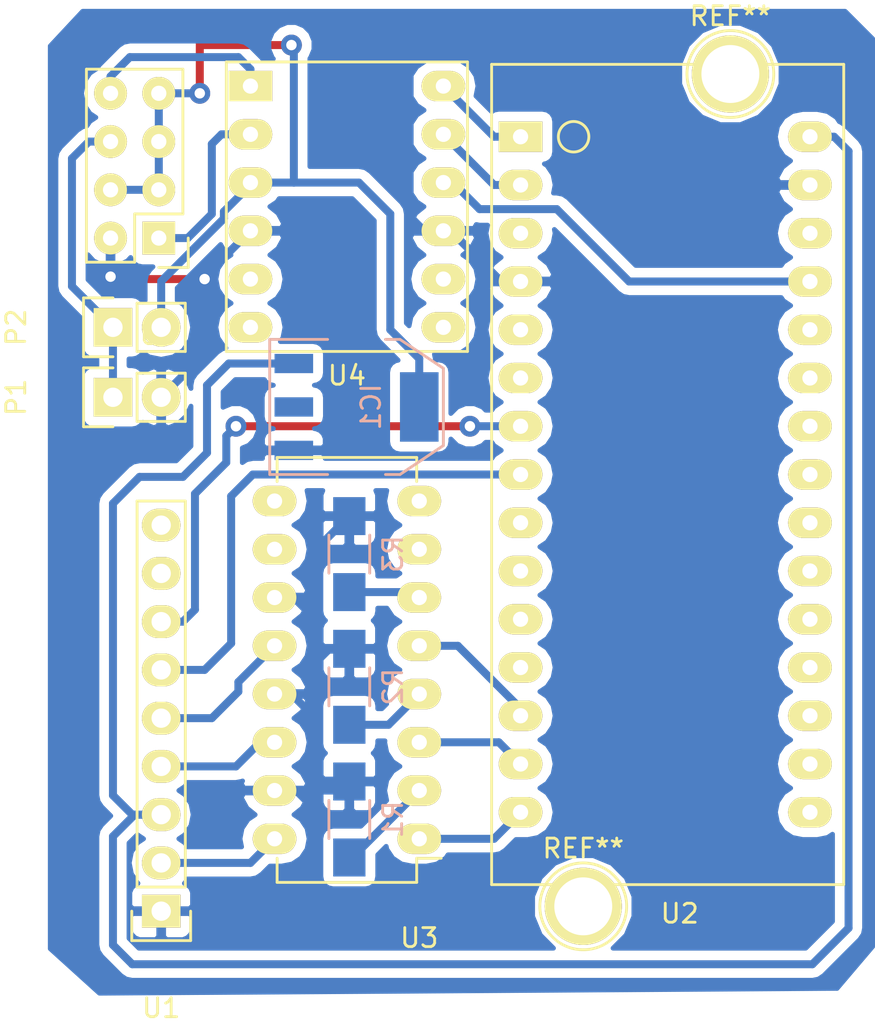
<source format=kicad_pcb>
(kicad_pcb (version 4) (host pcbnew 4.0.1-stable)

  (general
    (links 40)
    (no_connects 1)
    (area 165.733 92.202 212.090001 145.775)
    (thickness 1.6)
    (drawings 0)
    (tracks 146)
    (zones 0)
    (modules 13)
    (nets 50)
  )

  (page A4)
  (layers
    (0 F.Cu signal)
    (31 B.Cu signal)
    (32 B.Adhes user)
    (33 F.Adhes user)
    (34 B.Paste user)
    (35 F.Paste user)
    (36 B.SilkS user)
    (37 F.SilkS user)
    (38 B.Mask user)
    (39 F.Mask user)
    (40 Dwgs.User user)
    (41 Cmts.User user)
    (42 Eco1.User user)
    (43 Eco2.User user)
    (44 Edge.Cuts user)
    (45 Margin user)
    (46 B.CrtYd user)
    (47 F.CrtYd user)
    (48 B.Fab user)
    (49 F.Fab user)
  )

  (setup
    (last_trace_width 0.25)
    (trace_clearance 0.2)
    (zone_clearance 0.508)
    (zone_45_only no)
    (trace_min 0.2)
    (segment_width 0.2)
    (edge_width 0.15)
    (via_size 0.6)
    (via_drill 0.4)
    (via_min_size 0.4)
    (via_min_drill 0.3)
    (uvia_size 0.3)
    (uvia_drill 0.1)
    (uvias_allowed no)
    (uvia_min_size 0.2)
    (uvia_min_drill 0.1)
    (pcb_text_width 0.3)
    (pcb_text_size 1.5 1.5)
    (mod_edge_width 0.15)
    (mod_text_size 1 1)
    (mod_text_width 0.15)
    (pad_size 3.6576 2.032)
    (pad_drill 0)
    (pad_to_mask_clearance 0.2)
    (aux_axis_origin 0 0)
    (visible_elements 7FFFFFFF)
    (pcbplotparams
      (layerselection 0x00030_80000001)
      (usegerberextensions false)
      (excludeedgelayer true)
      (linewidth 0.100000)
      (plotframeref false)
      (viasonmask false)
      (mode 1)
      (useauxorigin false)
      (hpglpennumber 1)
      (hpglpenspeed 20)
      (hpglpendiameter 15)
      (hpglpenoverlay 2)
      (psnegative false)
      (psa4output false)
      (plotreference true)
      (plotvalue true)
      (plotinvisibletext false)
      (padsonsilk false)
      (subtractmaskfromsilk false)
      (outputformat 1)
      (mirror false)
      (drillshape 1)
      (scaleselection 1)
      (outputdirectory ""))
  )

  (net 0 "")
  (net 1 3.3v)
  (net 2 +6V)
  (net 3 GND)
  (net 4 GPIO_0)
  (net 5 "Net-(R1-Pad1)")
  (net 6 "Net-(R2-Pad1)")
  (net 7 "Net-(R3-Pad1)")
  (net 8 ON_OFF_H)
  (net 9 TUNER_H)
  (net 10 CD_H)
  (net 11 M1)
  (net 12 M2)
  (net 13 "Net-(U1-Pad8)")
  (net 14 "Net-(U1-Pad9)")
  (net 15 TX_H)
  (net 16 RX_H)
  (net 17 "Net-(U2-Pad3)")
  (net 18 "Net-(U2-Pad5)")
  (net 19 "Net-(U2-Pad6)")
  (net 20 "Net-(U2-Pad9)")
  (net 21 "Net-(U2-Pad10)")
  (net 22 "Net-(U2-Pad11)")
  (net 23 "Net-(U2-Pad12)")
  (net 24 ON_OFF_L)
  (net 25 TUNER_L)
  (net 26 CD_L)
  (net 27 "Net-(U2-Pad16)")
  (net 28 "Net-(U2-Pad17)")
  (net 29 "Net-(U2-Pad18)")
  (net 30 "Net-(U2-Pad19)")
  (net 31 "Net-(U2-Pad20)")
  (net 32 "Net-(U2-Pad21)")
  (net 33 "Net-(U2-Pad22)")
  (net 34 "Net-(U2-Pad23)")
  (net 35 "Net-(U2-Pad24)")
  (net 36 "Net-(U2-Pad25)")
  (net 37 "Net-(U2-Pad26)")
  (net 38 "Net-(U2-Pad28)")
  (net 39 "Net-(U3-Pad7)")
  (net 40 "Net-(U3-Pad8)")
  (net 41 "Net-(U3-Pad9)")
  (net 42 "Net-(U3-Pad10)")
  (net 43 RX_L)
  (net 44 TX_L)
  (net 45 "Net-(U4-Pad5)")
  (net 46 "Net-(U4-Pad6)")
  (net 47 "Net-(U4-Pad7)")
  (net 48 "Net-(U4-Pad8)")
  (net 49 5v)

  (net_class Default "This is the default net class."
    (clearance 0.2)
    (trace_width 0.25)
    (via_dia 0.6)
    (via_drill 0.4)
    (uvia_dia 0.3)
    (uvia_drill 0.1)
  )

  (net_class Narrow_lines ""
    (clearance 0.2)
    (trace_width 0.42)
    (via_dia 1.1)
    (via_drill 0.55)
    (uvia_dia 0.7)
    (uvia_drill 0.4)
    (add_net +6V)
    (add_net 3.3v)
    (add_net 5v)
    (add_net CD_H)
    (add_net CD_L)
    (add_net GND)
    (add_net GPIO_0)
    (add_net M1)
    (add_net M2)
    (add_net "Net-(R1-Pad1)")
    (add_net "Net-(R2-Pad1)")
    (add_net "Net-(R3-Pad1)")
    (add_net "Net-(U1-Pad8)")
    (add_net "Net-(U1-Pad9)")
    (add_net "Net-(U2-Pad10)")
    (add_net "Net-(U2-Pad11)")
    (add_net "Net-(U2-Pad12)")
    (add_net "Net-(U2-Pad16)")
    (add_net "Net-(U2-Pad17)")
    (add_net "Net-(U2-Pad18)")
    (add_net "Net-(U2-Pad19)")
    (add_net "Net-(U2-Pad20)")
    (add_net "Net-(U2-Pad21)")
    (add_net "Net-(U2-Pad22)")
    (add_net "Net-(U2-Pad23)")
    (add_net "Net-(U2-Pad24)")
    (add_net "Net-(U2-Pad25)")
    (add_net "Net-(U2-Pad26)")
    (add_net "Net-(U2-Pad28)")
    (add_net "Net-(U2-Pad3)")
    (add_net "Net-(U2-Pad5)")
    (add_net "Net-(U2-Pad6)")
    (add_net "Net-(U2-Pad9)")
    (add_net "Net-(U3-Pad10)")
    (add_net "Net-(U3-Pad7)")
    (add_net "Net-(U3-Pad8)")
    (add_net "Net-(U3-Pad9)")
    (add_net "Net-(U4-Pad5)")
    (add_net "Net-(U4-Pad6)")
    (add_net "Net-(U4-Pad7)")
    (add_net "Net-(U4-Pad8)")
    (add_net ON_OFF_H)
    (add_net ON_OFF_L)
    (add_net RX_H)
    (add_net RX_L)
    (add_net TUNER_H)
    (add_net TUNER_L)
    (add_net TX_H)
    (add_net TX_L)
  )

  (module TO_SOT_Packages_SMD:SOT-223 (layer B.Cu) (tedit 0) (tstamp 56E5B852)
    (at 184.785 113.157 90)
    (descr "module CMS SOT223 4 pins")
    (tags "CMS SOT")
    (path /56D284D7)
    (attr smd)
    (fp_text reference IC1 (at 0 0.762 90) (layer B.SilkS)
      (effects (font (size 1 1) (thickness 0.15)) (justify mirror))
    )
    (fp_text value LM1117 (at 0 -0.762 90) (layer B.Fab)
      (effects (font (size 1 1) (thickness 0.15)) (justify mirror))
    )
    (fp_line (start -3.556 -1.524) (end -3.556 -4.572) (layer B.SilkS) (width 0.15))
    (fp_line (start -3.556 -4.572) (end 3.556 -4.572) (layer B.SilkS) (width 0.15))
    (fp_line (start 3.556 -4.572) (end 3.556 -1.524) (layer B.SilkS) (width 0.15))
    (fp_line (start -3.556 1.524) (end -3.556 2.286) (layer B.SilkS) (width 0.15))
    (fp_line (start -3.556 2.286) (end -2.032 4.572) (layer B.SilkS) (width 0.15))
    (fp_line (start -2.032 4.572) (end 2.032 4.572) (layer B.SilkS) (width 0.15))
    (fp_line (start 2.032 4.572) (end 3.556 2.286) (layer B.SilkS) (width 0.15))
    (fp_line (start 3.556 2.286) (end 3.556 1.524) (layer B.SilkS) (width 0.15))
    (pad 4 smd rect (at 0 3.302 90) (size 3.6576 2.032) (layers B.Cu B.Paste B.Mask)
      (net 1 3.3v))
    (pad 2 smd rect (at 0 -3.302 90) (size 1.016 2.032) (layers B.Cu B.Paste B.Mask)
      (net 1 3.3v))
    (pad 3 smd rect (at 2.286 -3.302 90) (size 1.016 2.032) (layers B.Cu B.Paste B.Mask)
      (net 2 +6V))
    (pad 1 smd rect (at -2.286 -3.302 90) (size 1.016 2.032) (layers B.Cu B.Paste B.Mask)
      (net 3 GND))
    (model TO_SOT_Packages_SMD.3dshapes/SOT-223.wrl
      (at (xyz 0 0 0))
      (scale (xyz 0.4 0.4 0.4))
      (rotate (xyz 0 0 0))
    )
  )

  (module Pin_Headers:Pin_Header_Straight_1x02 (layer F.Cu) (tedit 54EA090C) (tstamp 56E5B858)
    (at 171.958 112.649 90)
    (descr "Through hole pin header")
    (tags "pin header")
    (path /56D2D47B)
    (fp_text reference P1 (at 0 -5.1 90) (layer F.SilkS)
      (effects (font (size 1 1) (thickness 0.15)))
    )
    (fp_text value CONN_01X02 (at 0 -3.1 90) (layer F.Fab)
      (effects (font (size 1 1) (thickness 0.15)))
    )
    (fp_line (start 1.27 1.27) (end 1.27 3.81) (layer F.SilkS) (width 0.15))
    (fp_line (start 1.55 -1.55) (end 1.55 0) (layer F.SilkS) (width 0.15))
    (fp_line (start -1.75 -1.75) (end -1.75 4.3) (layer F.CrtYd) (width 0.05))
    (fp_line (start 1.75 -1.75) (end 1.75 4.3) (layer F.CrtYd) (width 0.05))
    (fp_line (start -1.75 -1.75) (end 1.75 -1.75) (layer F.CrtYd) (width 0.05))
    (fp_line (start -1.75 4.3) (end 1.75 4.3) (layer F.CrtYd) (width 0.05))
    (fp_line (start 1.27 1.27) (end -1.27 1.27) (layer F.SilkS) (width 0.15))
    (fp_line (start -1.55 0) (end -1.55 -1.55) (layer F.SilkS) (width 0.15))
    (fp_line (start -1.55 -1.55) (end 1.55 -1.55) (layer F.SilkS) (width 0.15))
    (fp_line (start -1.27 1.27) (end -1.27 3.81) (layer F.SilkS) (width 0.15))
    (fp_line (start -1.27 3.81) (end 1.27 3.81) (layer F.SilkS) (width 0.15))
    (pad 1 thru_hole rect (at 0 0 90) (size 2.032 2.032) (drill 1.016) (layers *.Cu *.Mask F.SilkS)
      (net 4 GPIO_0))
    (pad 2 thru_hole oval (at 0 2.54 90) (size 2.032 2.032) (drill 1.016) (layers *.Cu *.Mask F.SilkS)
      (net 3 GND))
    (model Pin_Headers.3dshapes/Pin_Header_Straight_1x02.wrl
      (at (xyz 0 -0.05 0))
      (scale (xyz 1 1 1))
      (rotate (xyz 0 0 90))
    )
  )

  (module Pin_Headers:Pin_Header_Straight_1x02 (layer F.Cu) (tedit 54EA090C) (tstamp 56E5B85E)
    (at 171.958 108.966 90)
    (descr "Through hole pin header")
    (tags "pin header")
    (path /56D2D4CA)
    (fp_text reference P2 (at 0 -5.1 90) (layer F.SilkS)
      (effects (font (size 1 1) (thickness 0.15)))
    )
    (fp_text value CONN_01X02 (at 0 -3.1 90) (layer F.Fab)
      (effects (font (size 1 1) (thickness 0.15)))
    )
    (fp_line (start 1.27 1.27) (end 1.27 3.81) (layer F.SilkS) (width 0.15))
    (fp_line (start 1.55 -1.55) (end 1.55 0) (layer F.SilkS) (width 0.15))
    (fp_line (start -1.75 -1.75) (end -1.75 4.3) (layer F.CrtYd) (width 0.05))
    (fp_line (start 1.75 -1.75) (end 1.75 4.3) (layer F.CrtYd) (width 0.05))
    (fp_line (start -1.75 -1.75) (end 1.75 -1.75) (layer F.CrtYd) (width 0.05))
    (fp_line (start -1.75 4.3) (end 1.75 4.3) (layer F.CrtYd) (width 0.05))
    (fp_line (start 1.27 1.27) (end -1.27 1.27) (layer F.SilkS) (width 0.15))
    (fp_line (start -1.55 0) (end -1.55 -1.55) (layer F.SilkS) (width 0.15))
    (fp_line (start -1.55 -1.55) (end 1.55 -1.55) (layer F.SilkS) (width 0.15))
    (fp_line (start -1.27 1.27) (end -1.27 3.81) (layer F.SilkS) (width 0.15))
    (fp_line (start -1.27 3.81) (end 1.27 3.81) (layer F.SilkS) (width 0.15))
    (pad 1 thru_hole rect (at 0 0 90) (size 2.032 2.032) (drill 1.016) (layers *.Cu *.Mask F.SilkS)
      (net 4 GPIO_0))
    (pad 2 thru_hole oval (at 0 2.54 90) (size 2.032 2.032) (drill 1.016) (layers *.Cu *.Mask F.SilkS)
      (net 1 3.3v))
    (model Pin_Headers.3dshapes/Pin_Header_Straight_1x02.wrl
      (at (xyz 0 -0.05 0))
      (scale (xyz 1 1 1))
      (rotate (xyz 0 0 90))
    )
  )

  (module Resistors_SMD:R_1206_HandSoldering (layer B.Cu) (tedit 5418A20D) (tstamp 56E5B864)
    (at 184.404 134.874 90)
    (descr "Resistor SMD 1206, hand soldering")
    (tags "resistor 1206")
    (path /56D2976D)
    (attr smd)
    (fp_text reference R1 (at 0 2.3 90) (layer B.SilkS)
      (effects (font (size 1 1) (thickness 0.15)) (justify mirror))
    )
    (fp_text value R (at 0 -2.3 90) (layer B.Fab)
      (effects (font (size 1 1) (thickness 0.15)) (justify mirror))
    )
    (fp_line (start -3.3 1.2) (end 3.3 1.2) (layer B.CrtYd) (width 0.05))
    (fp_line (start -3.3 -1.2) (end 3.3 -1.2) (layer B.CrtYd) (width 0.05))
    (fp_line (start -3.3 1.2) (end -3.3 -1.2) (layer B.CrtYd) (width 0.05))
    (fp_line (start 3.3 1.2) (end 3.3 -1.2) (layer B.CrtYd) (width 0.05))
    (fp_line (start 1 -1.075) (end -1 -1.075) (layer B.SilkS) (width 0.15))
    (fp_line (start -1 1.075) (end 1 1.075) (layer B.SilkS) (width 0.15))
    (pad 1 smd rect (at -2 0 90) (size 2 1.7) (layers B.Cu B.Paste B.Mask)
      (net 5 "Net-(R1-Pad1)"))
    (pad 2 smd rect (at 2 0 90) (size 2 1.7) (layers B.Cu B.Paste B.Mask)
      (net 3 GND))
    (model Resistors_SMD.3dshapes/R_1206_HandSoldering.wrl
      (at (xyz 0 0 0))
      (scale (xyz 1 1 1))
      (rotate (xyz 0 0 0))
    )
  )

  (module Resistors_SMD:R_1206_HandSoldering (layer B.Cu) (tedit 5418A20D) (tstamp 56E5B86A)
    (at 184.404 127.889 90)
    (descr "Resistor SMD 1206, hand soldering")
    (tags "resistor 1206")
    (path /56D2989D)
    (attr smd)
    (fp_text reference R2 (at 0 2.3 90) (layer B.SilkS)
      (effects (font (size 1 1) (thickness 0.15)) (justify mirror))
    )
    (fp_text value R (at 0 -2.3 90) (layer B.Fab)
      (effects (font (size 1 1) (thickness 0.15)) (justify mirror))
    )
    (fp_line (start -3.3 1.2) (end 3.3 1.2) (layer B.CrtYd) (width 0.05))
    (fp_line (start -3.3 -1.2) (end 3.3 -1.2) (layer B.CrtYd) (width 0.05))
    (fp_line (start -3.3 1.2) (end -3.3 -1.2) (layer B.CrtYd) (width 0.05))
    (fp_line (start 3.3 1.2) (end 3.3 -1.2) (layer B.CrtYd) (width 0.05))
    (fp_line (start 1 -1.075) (end -1 -1.075) (layer B.SilkS) (width 0.15))
    (fp_line (start -1 1.075) (end 1 1.075) (layer B.SilkS) (width 0.15))
    (pad 1 smd rect (at -2 0 90) (size 2 1.7) (layers B.Cu B.Paste B.Mask)
      (net 6 "Net-(R2-Pad1)"))
    (pad 2 smd rect (at 2 0 90) (size 2 1.7) (layers B.Cu B.Paste B.Mask)
      (net 3 GND))
    (model Resistors_SMD.3dshapes/R_1206_HandSoldering.wrl
      (at (xyz 0 0 0))
      (scale (xyz 1 1 1))
      (rotate (xyz 0 0 0))
    )
  )

  (module Resistors_SMD:R_1206_HandSoldering (layer B.Cu) (tedit 5418A20D) (tstamp 56E5B870)
    (at 184.404 120.904 90)
    (descr "Resistor SMD 1206, hand soldering")
    (tags "resistor 1206")
    (path /56D29905)
    (attr smd)
    (fp_text reference R3 (at 0 2.3 90) (layer B.SilkS)
      (effects (font (size 1 1) (thickness 0.15)) (justify mirror))
    )
    (fp_text value R (at 0 -2.3 90) (layer B.Fab)
      (effects (font (size 1 1) (thickness 0.15)) (justify mirror))
    )
    (fp_line (start -3.3 1.2) (end 3.3 1.2) (layer B.CrtYd) (width 0.05))
    (fp_line (start -3.3 -1.2) (end 3.3 -1.2) (layer B.CrtYd) (width 0.05))
    (fp_line (start -3.3 1.2) (end -3.3 -1.2) (layer B.CrtYd) (width 0.05))
    (fp_line (start 3.3 1.2) (end 3.3 -1.2) (layer B.CrtYd) (width 0.05))
    (fp_line (start 1 -1.075) (end -1 -1.075) (layer B.SilkS) (width 0.15))
    (fp_line (start -1 1.075) (end 1 1.075) (layer B.SilkS) (width 0.15))
    (pad 1 smd rect (at -2 0 90) (size 2 1.7) (layers B.Cu B.Paste B.Mask)
      (net 7 "Net-(R3-Pad1)"))
    (pad 2 smd rect (at 2 0 90) (size 2 1.7) (layers B.Cu B.Paste B.Mask)
      (net 3 GND))
    (model Resistors_SMD.3dshapes/R_1206_HandSoldering.wrl
      (at (xyz 0 0 0))
      (scale (xyz 1 1 1))
      (rotate (xyz 0 0 0))
    )
  )

  (module Pin_Headers:Pin_Header_Straight_1x09 (layer F.Cu) (tedit 0) (tstamp 56E5B87D)
    (at 174.498 139.7 180)
    (descr "Through hole pin header")
    (tags "pin header")
    (path /56D2879E)
    (fp_text reference U1 (at 0 -5.1 180) (layer F.SilkS)
      (effects (font (size 1 1) (thickness 0.15)))
    )
    (fp_text value Connector_FM_Iv (at 0 -3.1 180) (layer F.Fab)
      (effects (font (size 1 1) (thickness 0.15)))
    )
    (fp_line (start -1.75 -1.75) (end -1.75 22.1) (layer F.CrtYd) (width 0.05))
    (fp_line (start 1.75 -1.75) (end 1.75 22.1) (layer F.CrtYd) (width 0.05))
    (fp_line (start -1.75 -1.75) (end 1.75 -1.75) (layer F.CrtYd) (width 0.05))
    (fp_line (start -1.75 22.1) (end 1.75 22.1) (layer F.CrtYd) (width 0.05))
    (fp_line (start 1.27 1.27) (end 1.27 21.59) (layer F.SilkS) (width 0.15))
    (fp_line (start 1.27 21.59) (end -1.27 21.59) (layer F.SilkS) (width 0.15))
    (fp_line (start -1.27 21.59) (end -1.27 1.27) (layer F.SilkS) (width 0.15))
    (fp_line (start 1.55 -1.55) (end 1.55 0) (layer F.SilkS) (width 0.15))
    (fp_line (start 1.27 1.27) (end -1.27 1.27) (layer F.SilkS) (width 0.15))
    (fp_line (start -1.55 0) (end -1.55 -1.55) (layer F.SilkS) (width 0.15))
    (fp_line (start -1.55 -1.55) (end 1.55 -1.55) (layer F.SilkS) (width 0.15))
    (pad 1 thru_hole rect (at 0 0 180) (size 2.032 1.7272) (drill 1.016) (layers *.Cu *.Mask F.SilkS)
      (net 3 GND))
    (pad 2 thru_hole oval (at 0 2.54 180) (size 2.032 1.7272) (drill 1.016) (layers *.Cu *.Mask F.SilkS)
      (net 8 ON_OFF_H))
    (pad 3 thru_hole oval (at 0 5.08 180) (size 2.032 1.7272) (drill 1.016) (layers *.Cu *.Mask F.SilkS)
      (net 2 +6V))
    (pad 4 thru_hole oval (at 0 7.62 180) (size 2.032 1.7272) (drill 1.016) (layers *.Cu *.Mask F.SilkS)
      (net 9 TUNER_H))
    (pad 5 thru_hole oval (at 0 10.16 180) (size 2.032 1.7272) (drill 1.016) (layers *.Cu *.Mask F.SilkS)
      (net 10 CD_H))
    (pad 6 thru_hole oval (at 0 12.7 180) (size 2.032 1.7272) (drill 1.016) (layers *.Cu *.Mask F.SilkS)
      (net 11 M1))
    (pad 7 thru_hole oval (at 0 15.24 180) (size 2.032 1.7272) (drill 1.016) (layers *.Cu *.Mask F.SilkS)
      (net 12 M2))
    (pad 8 thru_hole oval (at 0 17.78 180) (size 2.032 1.7272) (drill 1.016) (layers *.Cu *.Mask F.SilkS)
      (net 13 "Net-(U1-Pad8)"))
    (pad 9 thru_hole oval (at 0 20.32 180) (size 2.032 1.7272) (drill 1.016) (layers *.Cu *.Mask F.SilkS)
      (net 14 "Net-(U1-Pad9)"))
    (model Pin_Headers.3dshapes/Pin_Header_Straight_1x09.wrl
      (at (xyz 0 -0.4 0))
      (scale (xyz 1 1 1))
      (rotate (xyz 0 0 90))
    )
  )

  (module MyArduinoNano:ard_nano_2x15 (layer F.Cu) (tedit 56E5AFCC) (tstamp 56E5B89F)
    (at 193.421 98.933)
    (path /56D28920)
    (solder_mask_margin 0.127)
    (clearance 0.127)
    (fp_text reference U2 (at 8.382 40.894) (layer F.SilkS)
      (effects (font (size 1 1) (thickness 0.15)))
    )
    (fp_text value ArduinoNano (at 7.62 -5.08) (layer F.Fab)
      (effects (font (size 1 1) (thickness 0.15)))
    )
    (fp_circle (center 2.794 0) (end 3.556 0.254) (layer F.SilkS) (width 0.15))
    (fp_line (start -1.524 -3.81) (end -1.524 39.37) (layer F.SilkS) (width 0.15))
    (fp_line (start -1.524 39.37) (end 17.018 39.37) (layer F.SilkS) (width 0.15))
    (fp_line (start 17.018 39.37) (end 17.018 -3.81) (layer F.SilkS) (width 0.15))
    (fp_line (start 17.018 -3.81) (end -1.524 -3.81) (layer F.SilkS) (width 0.15))
    (pad 1 thru_hole rect (at 0 0) (size 2.3 1.6) (drill 0.8) (layers *.Cu *.Mask F.SilkS)
      (net 15 TX_H) (clearance 0.1016))
    (pad 2 thru_hole oval (at 0 2.54) (size 2.3 1.6) (drill 0.8) (layers *.Cu *.Mask F.SilkS)
      (net 16 RX_H))
    (pad 3 thru_hole oval (at 0 5.08) (size 2.3 1.6) (drill 0.8) (layers *.Cu *.Mask F.SilkS)
      (net 17 "Net-(U2-Pad3)"))
    (pad 4 thru_hole oval (at 0 7.62) (size 2.3 1.6) (drill 0.8) (layers *.Cu *.Mask F.SilkS)
      (net 3 GND))
    (pad 5 thru_hole oval (at 0 10.16) (size 2.3 1.6) (drill 0.8) (layers *.Cu *.Mask F.SilkS)
      (net 18 "Net-(U2-Pad5)"))
    (pad 6 thru_hole oval (at 0 12.7) (size 2.3 1.6) (drill 0.8) (layers *.Cu *.Mask F.SilkS)
      (net 19 "Net-(U2-Pad6)"))
    (pad 7 thru_hole oval (at 0 15.24) (size 2.3 1.6) (drill 0.8) (layers *.Cu *.Mask F.SilkS)
      (net 12 M2))
    (pad 8 thru_hole oval (at 0 17.78) (size 2.3 1.6) (drill 0.8) (layers *.Cu *.Mask F.SilkS)
      (net 11 M1))
    (pad 9 thru_hole oval (at 0 20.32) (size 2.3 1.6) (drill 0.8) (layers *.Cu *.Mask F.SilkS)
      (net 20 "Net-(U2-Pad9)"))
    (pad 10 thru_hole oval (at 0 22.86) (size 2.3 1.6) (drill 0.8) (layers *.Cu *.Mask F.SilkS)
      (net 21 "Net-(U2-Pad10)"))
    (pad 11 thru_hole oval (at 0 25.4) (size 2.3 1.6) (drill 0.8) (layers *.Cu *.Mask F.SilkS)
      (net 22 "Net-(U2-Pad11)"))
    (pad 12 thru_hole oval (at 0 27.94) (size 2.3 1.6) (drill 0.8) (layers *.Cu *.Mask F.SilkS)
      (net 23 "Net-(U2-Pad12)"))
    (pad 13 thru_hole oval (at 0 30.48) (size 2.3 1.6) (drill 0.8) (layers *.Cu *.Mask F.SilkS)
      (net 26 CD_L))
    (pad 14 thru_hole oval (at 0 33.02) (size 2.3 1.6) (drill 0.8) (layers *.Cu *.Mask F.SilkS)
      (net 25 TUNER_L))
    (pad 15 thru_hole oval (at 0 35.56) (size 2.3 1.6) (drill 0.8) (layers *.Cu *.Mask F.SilkS)
      (net 24 ON_OFF_L))
    (pad 16 thru_hole oval (at 15.24 35.56) (size 2.3 1.6) (drill 0.8) (layers *.Cu *.Mask F.SilkS)
      (net 27 "Net-(U2-Pad16)"))
    (pad 17 thru_hole oval (at 15.24 33.02) (size 2.3 1.6) (drill 0.8) (layers *.Cu *.Mask F.SilkS)
      (net 28 "Net-(U2-Pad17)"))
    (pad 18 thru_hole oval (at 15.24 30.48) (size 2.3 1.6) (drill 0.8) (layers *.Cu *.Mask F.SilkS)
      (net 29 "Net-(U2-Pad18)"))
    (pad 19 thru_hole oval (at 15.24 27.94) (size 2.3 1.6) (drill 0.8) (layers *.Cu *.Mask F.SilkS)
      (net 30 "Net-(U2-Pad19)"))
    (pad 20 thru_hole oval (at 15.24 25.4) (size 2.3 1.6) (drill 0.8) (layers *.Cu *.Mask F.SilkS)
      (net 31 "Net-(U2-Pad20)"))
    (pad 21 thru_hole oval (at 15.24 22.86) (size 2.3 1.6) (drill 0.8) (layers *.Cu *.Mask F.SilkS)
      (net 32 "Net-(U2-Pad21)"))
    (pad 22 thru_hole oval (at 15.24 20.32) (size 2.3 1.6) (drill 0.8) (layers *.Cu *.Mask F.SilkS)
      (net 33 "Net-(U2-Pad22)"))
    (pad 23 thru_hole oval (at 15.24 17.78) (size 2.3 1.6) (drill 0.8) (layers *.Cu *.Mask F.SilkS)
      (net 34 "Net-(U2-Pad23)"))
    (pad 24 thru_hole oval (at 15.24 15.24) (size 2.3 1.6) (drill 0.8) (layers *.Cu *.Mask F.SilkS)
      (net 35 "Net-(U2-Pad24)"))
    (pad 25 thru_hole oval (at 15.24 12.7) (size 2.3 1.6) (drill 0.8) (layers *.Cu *.Mask F.SilkS)
      (net 36 "Net-(U2-Pad25)"))
    (pad 26 thru_hole oval (at 15.24 10.16) (size 2.3 1.6) (drill 0.8) (layers *.Cu *.Mask F.SilkS)
      (net 37 "Net-(U2-Pad26)"))
    (pad 27 thru_hole oval (at 15.24 7.62) (size 2.3 1.6) (drill 0.8) (layers *.Cu *.Mask F.SilkS)
      (net 49 5v))
    (pad 28 thru_hole oval (at 15.24 5.08) (size 2.3 1.6) (drill 0.8) (layers *.Cu *.Mask F.SilkS)
      (net 38 "Net-(U2-Pad28)"))
    (pad 29 thru_hole oval (at 15.24 2.54) (size 2.3 1.6) (drill 0.8) (layers *.Cu *.Mask F.SilkS)
      (net 3 GND))
    (pad 30 thru_hole oval (at 15.24 0) (size 2.3 1.6) (drill 0.8) (layers *.Cu *.Mask F.SilkS)
      (net 2 +6V))
  )

  (module Housings_DIP:DIP-16_W7.62mm_LongPads (layer F.Cu) (tedit 54130A77) (tstamp 56E5B8B3)
    (at 188.087 135.89 180)
    (descr "16-lead dip package, row spacing 7.62 mm (300 mils), longer pads")
    (tags "dil dip 2.54 300")
    (path /56C10DBC)
    (fp_text reference U3 (at 0 -5.22 180) (layer F.SilkS)
      (effects (font (size 1 1) (thickness 0.15)))
    )
    (fp_text value PS2501a-4 (at 0 -3.72 180) (layer F.Fab)
      (effects (font (size 1 1) (thickness 0.15)))
    )
    (fp_line (start -1.4 -2.45) (end -1.4 20.25) (layer F.CrtYd) (width 0.05))
    (fp_line (start 9 -2.45) (end 9 20.25) (layer F.CrtYd) (width 0.05))
    (fp_line (start -1.4 -2.45) (end 9 -2.45) (layer F.CrtYd) (width 0.05))
    (fp_line (start -1.4 20.25) (end 9 20.25) (layer F.CrtYd) (width 0.05))
    (fp_line (start 0.135 -2.295) (end 0.135 -1.025) (layer F.SilkS) (width 0.15))
    (fp_line (start 7.485 -2.295) (end 7.485 -1.025) (layer F.SilkS) (width 0.15))
    (fp_line (start 7.485 20.075) (end 7.485 18.805) (layer F.SilkS) (width 0.15))
    (fp_line (start 0.135 20.075) (end 0.135 18.805) (layer F.SilkS) (width 0.15))
    (fp_line (start 0.135 -2.295) (end 7.485 -2.295) (layer F.SilkS) (width 0.15))
    (fp_line (start 0.135 20.075) (end 7.485 20.075) (layer F.SilkS) (width 0.15))
    (fp_line (start 0.135 -1.025) (end -1.15 -1.025) (layer F.SilkS) (width 0.15))
    (pad 1 thru_hole oval (at 0 0 180) (size 2.3 1.6) (drill 0.8) (layers *.Cu *.Mask F.SilkS)
      (net 24 ON_OFF_L))
    (pad 2 thru_hole oval (at 0 2.54 180) (size 2.3 1.6) (drill 0.8) (layers *.Cu *.Mask F.SilkS)
      (net 5 "Net-(R1-Pad1)"))
    (pad 3 thru_hole oval (at 0 5.08 180) (size 2.3 1.6) (drill 0.8) (layers *.Cu *.Mask F.SilkS)
      (net 25 TUNER_L))
    (pad 4 thru_hole oval (at 0 7.62 180) (size 2.3 1.6) (drill 0.8) (layers *.Cu *.Mask F.SilkS)
      (net 6 "Net-(R2-Pad1)"))
    (pad 5 thru_hole oval (at 0 10.16 180) (size 2.3 1.6) (drill 0.8) (layers *.Cu *.Mask F.SilkS)
      (net 26 CD_L))
    (pad 6 thru_hole oval (at 0 12.7 180) (size 2.3 1.6) (drill 0.8) (layers *.Cu *.Mask F.SilkS)
      (net 7 "Net-(R3-Pad1)"))
    (pad 7 thru_hole oval (at 0 15.24 180) (size 2.3 1.6) (drill 0.8) (layers *.Cu *.Mask F.SilkS)
      (net 39 "Net-(U3-Pad7)"))
    (pad 8 thru_hole oval (at 0 17.78 180) (size 2.3 1.6) (drill 0.8) (layers *.Cu *.Mask F.SilkS)
      (net 40 "Net-(U3-Pad8)"))
    (pad 9 thru_hole oval (at 7.62 17.78 180) (size 2.3 1.6) (drill 0.8) (layers *.Cu *.Mask F.SilkS)
      (net 41 "Net-(U3-Pad9)"))
    (pad 10 thru_hole oval (at 7.62 15.24 180) (size 2.3 1.6) (drill 0.8) (layers *.Cu *.Mask F.SilkS)
      (net 42 "Net-(U3-Pad10)"))
    (pad 11 thru_hole oval (at 7.62 12.7 180) (size 2.3 1.6) (drill 0.8) (layers *.Cu *.Mask F.SilkS)
      (net 3 GND))
    (pad 12 thru_hole oval (at 7.62 10.16 180) (size 2.3 1.6) (drill 0.8) (layers *.Cu *.Mask F.SilkS)
      (net 10 CD_H))
    (pad 13 thru_hole oval (at 7.62 7.62 180) (size 2.3 1.6) (drill 0.8) (layers *.Cu *.Mask F.SilkS)
      (net 3 GND))
    (pad 14 thru_hole oval (at 7.62 5.08 180) (size 2.3 1.6) (drill 0.8) (layers *.Cu *.Mask F.SilkS)
      (net 9 TUNER_H))
    (pad 15 thru_hole oval (at 7.62 2.54 180) (size 2.3 1.6) (drill 0.8) (layers *.Cu *.Mask F.SilkS)
      (net 3 GND))
    (pad 16 thru_hole oval (at 7.62 0 180) (size 2.3 1.6) (drill 0.8) (layers *.Cu *.Mask F.SilkS)
      (net 8 ON_OFF_H))
    (model Housings_DIP.3dshapes/DIP-16_W7.62mm_LongPads.wrl
      (at (xyz 0 0 0))
      (scale (xyz 1 1 1))
      (rotate (xyz 0 0 0))
    )
  )

  (module level_converter:level_converter (layer F.Cu) (tedit 56E5B098) (tstamp 56E5B8C3)
    (at 179.197 96.266)
    (path /56D2896F)
    (solder_mask_margin 0.127)
    (clearance 0.127)
    (fp_text reference U4 (at 5.08 15.24) (layer F.SilkS)
      (effects (font (size 1 1) (thickness 0.15)))
    )
    (fp_text value 5VTO3V3 (at 5.08 -2.54) (layer F.Fab)
      (effects (font (size 1 1) (thickness 0.15)))
    )
    (fp_line (start -1.27 13.97) (end 11.43 13.97) (layer F.SilkS) (width 0.15))
    (fp_line (start 11.43 13.97) (end 11.43 -1.27) (layer F.SilkS) (width 0.15))
    (fp_line (start 11.43 -1.27) (end -1.27 -1.27) (layer F.SilkS) (width 0.15))
    (fp_line (start -1.27 -1.27) (end -1.27 13.97) (layer F.SilkS) (width 0.15))
    (pad 1 thru_hole rect (at 0 0) (size 2.3 1.6) (drill 0.8) (layers *.Cu *.Mask F.SilkS)
      (net 43 RX_L) (solder_mask_margin 0.127) (clearance 0.127))
    (pad 2 thru_hole oval (at 0 2.54) (size 2.3 1.6) (drill 0.8) (layers *.Cu *.Mask F.SilkS)
      (net 44 TX_L))
    (pad 3 thru_hole oval (at 0 5.08) (size 2.3 1.6) (drill 0.8) (layers *.Cu *.Mask F.SilkS)
      (net 1 3.3v))
    (pad 4 thru_hole oval (at 0 7.62) (size 2.3 1.6) (drill 0.8) (layers *.Cu *.Mask F.SilkS)
      (net 3 GND))
    (pad 5 thru_hole oval (at 0 10.16) (size 2.3 1.6) (drill 0.8) (layers *.Cu *.Mask F.SilkS)
      (net 45 "Net-(U4-Pad5)"))
    (pad 6 thru_hole oval (at 0 12.7) (size 2.3 1.6) (drill 0.8) (layers *.Cu *.Mask F.SilkS)
      (net 46 "Net-(U4-Pad6)"))
    (pad 7 thru_hole oval (at 10.16 12.7) (size 2.3 1.6) (drill 0.8) (layers *.Cu *.Mask F.SilkS)
      (net 47 "Net-(U4-Pad7)"))
    (pad 8 thru_hole oval (at 10.16 10.16) (size 2.3 1.6) (drill 0.8) (layers *.Cu *.Mask F.SilkS)
      (net 48 "Net-(U4-Pad8)"))
    (pad 9 thru_hole oval (at 10.16 7.62) (size 2.3 1.6) (drill 0.8) (layers *.Cu *.Mask F.SilkS)
      (net 3 GND))
    (pad 10 thru_hole oval (at 10.16 5.08) (size 2.3 1.6) (drill 0.8) (layers *.Cu *.Mask F.SilkS)
      (net 49 5v))
    (pad 11 thru_hole oval (at 10.16 2.54) (size 2.3 1.6) (drill 0.8) (layers *.Cu *.Mask F.SilkS)
      (net 16 RX_H))
    (pad 12 thru_hole oval (at 10.16 0) (size 2.3 1.6) (drill 0.8) (layers *.Cu *.Mask F.SilkS)
      (net 15 TX_H))
  )

  (module level_converter:Pin_Header_Straight_2x04 (layer F.Cu) (tedit 56E5B2D8) (tstamp 56E5B8CF)
    (at 174.371 104.267 180)
    (descr "Through hole pin header")
    (tags "pin header")
    (path /56D31808)
    (fp_text reference U5 (at 0 -5.1 180) (layer F.SilkS)
      (effects (font (size 1 1) (thickness 0.15)))
    )
    (fp_text value ESP8266 (at 0 -3.1 180) (layer F.Fab)
      (effects (font (size 1 1) (thickness 0.15)))
    )
    (fp_line (start -1.75 -1.75) (end -1.75 9.4) (layer F.CrtYd) (width 0.05))
    (fp_line (start 4.3 -1.75) (end 4.3 9.4) (layer F.CrtYd) (width 0.05))
    (fp_line (start -1.75 -1.75) (end 4.3 -1.75) (layer F.CrtYd) (width 0.05))
    (fp_line (start -1.75 9.4) (end 4.3 9.4) (layer F.CrtYd) (width 0.05))
    (fp_line (start -1.27 1.27) (end -1.27 8.89) (layer F.SilkS) (width 0.15))
    (fp_line (start -1.27 8.89) (end 3.81 8.89) (layer F.SilkS) (width 0.15))
    (fp_line (start 3.81 8.89) (end 3.81 -1.27) (layer F.SilkS) (width 0.15))
    (fp_line (start 3.81 -1.27) (end 1.27 -1.27) (layer F.SilkS) (width 0.15))
    (fp_line (start 0 -1.55) (end -1.55 -1.55) (layer F.SilkS) (width 0.15))
    (fp_line (start 1.27 -1.27) (end 1.27 1.27) (layer F.SilkS) (width 0.15))
    (fp_line (start 1.27 1.27) (end -1.27 1.27) (layer F.SilkS) (width 0.15))
    (fp_line (start -1.55 -1.55) (end -1.55 0) (layer F.SilkS) (width 0.15))
    (pad 1 thru_hole rect (at 0 0 180) (size 1.7272 1.7272) (drill 0.8) (layers *.Cu *.Mask F.SilkS)
      (net 44 TX_L))
    (pad 2 thru_hole oval (at 2.54 0 180) (size 1.7272 1.7272) (drill 0.8) (layers *.Cu *.Mask F.SilkS)
      (net 3 GND))
    (pad 3 thru_hole oval (at 0 2.54 180) (size 1.7272 1.7272) (drill 0.8) (layers *.Cu *.Mask F.SilkS)
      (net 1 3.3v))
    (pad 4 thru_hole oval (at 2.54 2.54 180) (size 1.7272 1.7272) (drill 0.8) (layers *.Cu *.Mask F.SilkS)
      (net 1 3.3v))
    (pad 5 thru_hole oval (at 0 5.08 180) (size 1.7272 1.7272) (drill 0.8) (layers *.Cu *.Mask F.SilkS)
      (net 1 3.3v))
    (pad 6 thru_hole oval (at 2.54 5.08 180) (size 1.7272 1.7272) (drill 0.8) (layers *.Cu *.Mask F.SilkS)
      (net 4 GPIO_0))
    (pad 7 thru_hole oval (at 0 7.62 180) (size 1.7272 1.7272) (drill 0.8) (layers *.Cu *.Mask F.SilkS)
      (net 1 3.3v))
    (pad 8 thru_hole oval (at 2.54 7.62 180) (size 1.7272 1.7272) (drill 0.8) (layers *.Cu *.Mask F.SilkS)
      (net 43 RX_L))
    (model Pin_Headers.3dshapes/Pin_Header_Straight_2x04.wrl
      (at (xyz 0.05 -0.15 0))
      (scale (xyz 1 1 1))
      (rotate (xyz 0 0 90))
    )
  )

  (module Connect:1pin (layer F.Cu) (tedit 0) (tstamp 56E5C7FF)
    (at 204.47 95.631)
    (descr "module 1 pin (ou trou mecanique de percage)")
    (tags DEV)
    (fp_text reference REF** (at 0 -3.048) (layer F.SilkS)
      (effects (font (size 1 1) (thickness 0.15)))
    )
    (fp_text value 1pin (at 0 2.794) (layer F.Fab)
      (effects (font (size 1 1) (thickness 0.15)))
    )
    (fp_circle (center 0 0) (end 0 -2.286) (layer F.SilkS) (width 0.15))
    (pad 1 thru_hole circle (at 0 0) (size 4.064 4.064) (drill 3.048) (layers *.Cu *.Mask F.SilkS))
  )

  (module Connect:1pin (layer F.Cu) (tedit 0) (tstamp 56E5C815)
    (at 196.723 139.446)
    (descr "module 1 pin (ou trou mecanique de percage)")
    (tags DEV)
    (fp_text reference REF** (at 0 -3.048) (layer F.SilkS)
      (effects (font (size 1 1) (thickness 0.15)))
    )
    (fp_text value 1pin (at 0 2.794) (layer F.Fab)
      (effects (font (size 1 1) (thickness 0.15)))
    )
    (fp_circle (center 0 0) (end 0 -2.286) (layer F.SilkS) (width 0.15))
    (pad 1 thru_hole circle (at 0 0) (size 4.064 4.064) (drill 3.048) (layers *.Cu *.Mask F.SilkS))
  )

  (segment (start 174.371 96.647) (end 176.53 96.647) (width 0.42) (layer B.Cu) (net 1))
  (segment (start 181.483 94.234) (end 181.483 101.346) (width 0.42) (layer B.Cu) (net 1) (tstamp 56E5BFB9))
  (segment (start 181.356 94.107) (end 181.483 94.234) (width 0.42) (layer B.Cu) (net 1) (tstamp 56E5BFB8))
  (via (at 181.356 94.107) (size 1.1) (drill 0.55) (layers F.Cu B.Cu) (net 1))
  (segment (start 176.657 94.107) (end 181.356 94.107) (width 0.42) (layer F.Cu) (net 1) (tstamp 56E5BFA5))
  (segment (start 176.53 93.98) (end 176.657 94.107) (width 0.42) (layer F.Cu) (net 1) (tstamp 56E5BF90))
  (segment (start 176.53 96.647) (end 176.53 93.98) (width 0.42) (layer F.Cu) (net 1) (tstamp 56E5BF8F))
  (via (at 176.53 96.647) (size 1.1) (drill 0.55) (layers F.Cu B.Cu) (net 1))
  (segment (start 179.197 101.346) (end 181.483 101.346) (width 0.42) (layer B.Cu) (net 1))
  (segment (start 181.483 101.346) (end 184.912 101.346) (width 0.42) (layer B.Cu) (net 1) (tstamp 56E5BFC4))
  (segment (start 184.912 101.346) (end 186.563 102.997) (width 0.42) (layer B.Cu) (net 1) (tstamp 56E5BDC0))
  (segment (start 186.563 102.997) (end 186.563 109.093) (width 0.42) (layer B.Cu) (net 1) (tstamp 56E5BDC7))
  (segment (start 186.563 109.093) (end 188.087 110.617) (width 0.42) (layer B.Cu) (net 1) (tstamp 56E5BDD0))
  (segment (start 188.087 110.617) (end 188.087 113.157) (width 0.42) (layer B.Cu) (net 1) (tstamp 56E5BDD5))
  (segment (start 179.197 101.346) (end 179.197 101.473) (width 0.42) (layer B.Cu) (net 1))
  (segment (start 179.197 101.473) (end 177.8 102.87) (width 0.42) (layer B.Cu) (net 1) (tstamp 56E5BAC0))
  (segment (start 177.8 102.87) (end 177.8 103.238816) (width 0.42) (layer B.Cu) (net 1) (tstamp 56E5BAC4))
  (segment (start 177.8 103.238816) (end 174.498 106.540816) (width 0.42) (layer B.Cu) (net 1) (tstamp 56E5BACA))
  (segment (start 174.498 106.540816) (end 174.498 108.966) (width 0.42) (layer B.Cu) (net 1) (tstamp 56E5BACD))
  (segment (start 174.371 96.647) (end 174.371 99.187) (width 0.42) (layer B.Cu) (net 1))
  (segment (start 174.371 99.187) (end 174.371 101.727) (width 0.42) (layer B.Cu) (net 1) (tstamp 56E5BAB1))
  (segment (start 174.371 101.727) (end 171.831 101.727) (width 0.42) (layer B.Cu) (net 1) (tstamp 56E5BAB3))
  (segment (start 174.498 134.62) (end 173.101 134.62) (width 0.42) (layer B.Cu) (net 2))
  (segment (start 209.931 98.933) (end 208.661 98.933) (width 0.42) (layer B.Cu) (net 2) (tstamp 56E5BF09))
  (segment (start 210.693 99.695) (end 209.931 98.933) (width 0.42) (layer B.Cu) (net 2) (tstamp 56E5BF04))
  (segment (start 210.693 140.589) (end 210.693 99.695) (width 0.42) (layer B.Cu) (net 2) (tstamp 56E5BEFC))
  (segment (start 208.788 142.494) (end 210.693 140.589) (width 0.42) (layer B.Cu) (net 2) (tstamp 56E5BEF4))
  (segment (start 172.974 142.494) (end 208.788 142.494) (width 0.42) (layer B.Cu) (net 2) (tstamp 56E5BEED))
  (segment (start 171.958 141.478) (end 172.974 142.494) (width 0.42) (layer B.Cu) (net 2) (tstamp 56E5BEEB))
  (segment (start 171.958 135.763) (end 171.958 141.478) (width 0.42) (layer B.Cu) (net 2) (tstamp 56E5BEE5))
  (segment (start 173.101 134.62) (end 171.958 135.763) (width 0.42) (layer B.Cu) (net 2) (tstamp 56E5BEE3))
  (segment (start 174.498 134.62) (end 172.974 134.62) (width 0.42) (layer B.Cu) (net 2))
  (segment (start 178.054 110.871) (end 181.483 110.871) (width 0.42) (layer B.Cu) (net 2) (tstamp 56E5BE2E))
  (segment (start 176.911 112.014) (end 178.054 110.871) (width 0.42) (layer B.Cu) (net 2) (tstamp 56E5BE2C))
  (segment (start 176.911 115.57) (end 176.911 112.014) (width 0.42) (layer B.Cu) (net 2) (tstamp 56E5BE29))
  (segment (start 175.641 116.84) (end 176.911 115.57) (width 0.42) (layer B.Cu) (net 2) (tstamp 56E5BE20))
  (segment (start 173.355 116.84) (end 175.641 116.84) (width 0.42) (layer B.Cu) (net 2) (tstamp 56E5BE17))
  (segment (start 171.958 118.237) (end 173.355 116.84) (width 0.42) (layer B.Cu) (net 2) (tstamp 56E5BE10))
  (segment (start 171.958 133.604) (end 171.958 118.237) (width 0.42) (layer B.Cu) (net 2) (tstamp 56E5BE0E))
  (segment (start 172.974 134.62) (end 171.958 133.604) (width 0.42) (layer B.Cu) (net 2) (tstamp 56E5BE0A))
  (segment (start 176.784 106.426) (end 176.784 106.299) (width 0.42) (layer B.Cu) (net 3))
  (segment (start 176.784 106.299) (end 179.197 103.886) (width 0.42) (layer B.Cu) (net 3) (tstamp 56E5C1A3))
  (segment (start 171.831 104.267) (end 171.831 106.299) (width 0.42) (layer B.Cu) (net 3))
  (segment (start 176.657 110.49) (end 174.498 112.649) (width 0.42) (layer B.Cu) (net 3) (tstamp 56E5C195))
  (segment (start 176.657 106.553) (end 176.657 110.49) (width 0.42) (layer B.Cu) (net 3) (tstamp 56E5C190))
  (segment (start 176.784 106.426) (end 176.657 106.553) (width 0.42) (layer B.Cu) (net 3) (tstamp 56E5C18F))
  (via (at 176.784 106.426) (size 1.1) (drill 0.55) (layers F.Cu B.Cu) (net 3))
  (segment (start 171.958 106.426) (end 176.784 106.426) (width 0.42) (layer F.Cu) (net 3) (tstamp 56E5C188))
  (segment (start 171.831 106.299) (end 171.958 106.426) (width 0.42) (layer F.Cu) (net 3) (tstamp 56E5C187))
  (via (at 171.831 106.299) (size 1.1) (drill 0.55) (layers F.Cu B.Cu) (net 3))
  (segment (start 189.357 103.886) (end 189.738 103.886) (width 0.42) (layer B.Cu) (net 3))
  (segment (start 189.738 103.886) (end 192.405 106.553) (width 0.42) (layer B.Cu) (net 3) (tstamp 56E5C00C))
  (segment (start 192.405 106.553) (end 193.421 106.553) (width 0.42) (layer B.Cu) (net 3) (tstamp 56E5C010))
  (segment (start 208.661 101.473) (end 196.977 101.473) (width 0.42) (layer B.Cu) (net 3))
  (segment (start 187.579 103.124) (end 188.341 103.886) (width 0.42) (layer B.Cu) (net 3) (tstamp 56E5C001))
  (segment (start 187.579 94.996) (end 187.579 103.124) (width 0.42) (layer B.Cu) (net 3) (tstamp 56E5BFF8))
  (segment (start 188.468 94.107) (end 187.579 94.996) (width 0.42) (layer B.Cu) (net 3) (tstamp 56E5BFF6))
  (segment (start 194.945 94.107) (end 188.468 94.107) (width 0.42) (layer B.Cu) (net 3) (tstamp 56E5BFF2))
  (segment (start 195.707 94.869) (end 194.945 94.107) (width 0.42) (layer B.Cu) (net 3) (tstamp 56E5BFEF))
  (segment (start 195.707 100.203) (end 195.707 94.869) (width 0.42) (layer B.Cu) (net 3) (tstamp 56E5BFEB))
  (segment (start 196.977 101.473) (end 195.707 100.203) (width 0.42) (layer B.Cu) (net 3) (tstamp 56E5BFE4))
  (segment (start 188.341 103.886) (end 189.357 103.886) (width 0.42) (layer B.Cu) (net 3) (tstamp 56E5C006))
  (segment (start 182.372 134.112) (end 182.372 132.588) (width 0.42) (layer B.Cu) (net 3))
  (segment (start 182.372 132.588) (end 182.372 132.461) (width 0.42) (layer B.Cu) (net 3) (tstamp 56E5BF58))
  (segment (start 180.467 133.35) (end 181.61 133.35) (width 0.42) (layer B.Cu) (net 3))
  (segment (start 180.467 128.27) (end 181.356 128.27) (width 0.42) (layer B.Cu) (net 3))
  (segment (start 181.356 128.27) (end 182.372 129.286) (width 0.42) (layer B.Cu) (net 3) (tstamp 56E5BF4A))
  (segment (start 180.467 123.19) (end 181.483 123.19) (width 0.42) (layer B.Cu) (net 3))
  (segment (start 181.483 123.19) (end 182.372 124.079) (width 0.42) (layer B.Cu) (net 3) (tstamp 56E5BF43))
  (segment (start 184.404 125.889) (end 183.356 125.889) (width 0.42) (layer B.Cu) (net 3))
  (segment (start 183.356 125.889) (end 182.372 126.873) (width 0.42) (layer B.Cu) (net 3) (tstamp 56E5BF3C))
  (segment (start 174.498 139.7) (end 181.61 139.7) (width 0.42) (layer B.Cu) (net 3))
  (segment (start 182.372 134.112) (end 181.61 133.35) (width 0.42) (layer B.Cu) (net 3) (tstamp 56E5BF19))
  (segment (start 182.372 138.938) (end 182.372 134.112) (width 0.42) (layer B.Cu) (net 3) (tstamp 56E5BF14))
  (segment (start 181.61 139.7) (end 182.372 138.938) (width 0.42) (layer B.Cu) (net 3) (tstamp 56E5BF12))
  (segment (start 181.61 133.35) (end 183.928 133.35) (width 0.42) (layer B.Cu) (net 3) (tstamp 56E5BF1E))
  (segment (start 183.928 133.35) (end 183.547 132.969) (width 0.42) (layer B.Cu) (net 3) (tstamp 56E5BF1F))
  (segment (start 182.372 132.715) (end 182.372 132.461) (width 0.42) (layer B.Cu) (net 3) (tstamp 56E5BF2A))
  (segment (start 182.626 132.969) (end 182.372 132.715) (width 0.42) (layer B.Cu) (net 3) (tstamp 56E5BF27))
  (segment (start 183.547 132.969) (end 182.626 132.969) (width 0.42) (layer B.Cu) (net 3) (tstamp 56E5BF24))
  (segment (start 182.372 132.461) (end 182.372 129.286) (width 0.42) (layer B.Cu) (net 3) (tstamp 56E5BF5B))
  (segment (start 182.372 129.286) (end 182.372 126.873) (width 0.42) (layer B.Cu) (net 3) (tstamp 56E5BF4D))
  (segment (start 182.372 126.873) (end 182.372 124.079) (width 0.42) (layer B.Cu) (net 3) (tstamp 56E5BF40))
  (segment (start 182.372 124.079) (end 182.372 120.936) (width 0.42) (layer B.Cu) (net 3) (tstamp 56E5BF47))
  (segment (start 182.372 120.936) (end 184.404 118.904) (width 0.42) (layer B.Cu) (net 3) (tstamp 56E5BF36))
  (segment (start 171.958 112.649) (end 171.958 108.966) (width 0.42) (layer B.Cu) (net 4))
  (segment (start 171.958 108.966) (end 169.799 106.807) (width 0.42) (layer B.Cu) (net 4) (tstamp 56E5BE85))
  (segment (start 169.799 106.807) (end 169.799 100.076) (width 0.42) (layer B.Cu) (net 4) (tstamp 56E5BE87))
  (segment (start 169.799 100.076) (end 170.688 99.187) (width 0.42) (layer B.Cu) (net 4) (tstamp 56E5BE8C))
  (segment (start 170.688 99.187) (end 171.831 99.187) (width 0.42) (layer B.Cu) (net 4) (tstamp 56E5BE8E))
  (segment (start 184.404 136.874) (end 184.563 136.874) (width 0.42) (layer B.Cu) (net 5))
  (segment (start 184.563 136.874) (end 188.087 133.35) (width 0.42) (layer B.Cu) (net 5) (tstamp 56E5BB41))
  (segment (start 184.404 129.889) (end 186.468 129.889) (width 0.42) (layer B.Cu) (net 6))
  (segment (start 186.468 129.889) (end 188.087 128.27) (width 0.42) (layer B.Cu) (net 6) (tstamp 56E5BB45))
  (segment (start 184.404 122.904) (end 187.801 122.904) (width 0.42) (layer B.Cu) (net 7))
  (segment (start 187.801 122.904) (end 188.087 123.19) (width 0.42) (layer B.Cu) (net 7) (tstamp 56E5BB4E))
  (segment (start 174.498 137.16) (end 179.197 137.16) (width 0.42) (layer B.Cu) (net 8))
  (segment (start 179.197 137.16) (end 180.467 135.89) (width 0.42) (layer B.Cu) (net 8) (tstamp 56E5BEAB))
  (segment (start 174.498 132.08) (end 178.435 132.08) (width 0.42) (layer B.Cu) (net 9))
  (segment (start 178.435 132.08) (end 179.705 130.81) (width 0.42) (layer B.Cu) (net 9) (tstamp 56E5BEB1))
  (segment (start 179.705 130.81) (end 180.467 130.81) (width 0.42) (layer B.Cu) (net 9) (tstamp 56E5BEB3))
  (segment (start 174.498 129.54) (end 177.165 129.54) (width 0.42) (layer B.Cu) (net 10))
  (segment (start 178.562 127.635) (end 180.467 125.73) (width 0.42) (layer B.Cu) (net 10) (tstamp 56E5BEBE))
  (segment (start 178.562 128.143) (end 178.562 127.635) (width 0.42) (layer B.Cu) (net 10) (tstamp 56E5BEBB))
  (segment (start 177.165 129.54) (end 178.562 128.143) (width 0.42) (layer B.Cu) (net 10) (tstamp 56E5BEB8))
  (segment (start 193.421 116.713) (end 179.324 116.713) (width 0.42) (layer B.Cu) (net 11))
  (segment (start 176.784 127) (end 174.498 127) (width 0.42) (layer B.Cu) (net 11) (tstamp 56E5BDB4))
  (segment (start 178.181 125.603) (end 176.784 127) (width 0.42) (layer B.Cu) (net 11) (tstamp 56E5BDAE))
  (segment (start 178.181 117.856) (end 178.181 125.603) (width 0.42) (layer B.Cu) (net 11) (tstamp 56E5BDA4))
  (segment (start 179.324 116.713) (end 178.181 117.856) (width 0.42) (layer B.Cu) (net 11) (tstamp 56E5BD98))
  (segment (start 193.421 114.173) (end 190.754 114.173) (width 0.42) (layer B.Cu) (net 12))
  (segment (start 175.641 124.46) (end 174.498 124.46) (width 0.42) (layer B.Cu) (net 12) (tstamp 56E5C052))
  (segment (start 176.276 123.825) (end 175.641 124.46) (width 0.42) (layer B.Cu) (net 12) (tstamp 56E5C04E))
  (segment (start 176.276 117.729) (end 176.276 123.825) (width 0.42) (layer B.Cu) (net 12) (tstamp 56E5C04C))
  (segment (start 177.927 116.078) (end 176.276 117.729) (width 0.42) (layer B.Cu) (net 12) (tstamp 56E5C03F))
  (segment (start 177.927 114.681) (end 177.927 116.078) (width 0.42) (layer B.Cu) (net 12) (tstamp 56E5C03A))
  (segment (start 178.435 114.173) (end 177.927 114.681) (width 0.42) (layer B.Cu) (net 12) (tstamp 56E5C039))
  (via (at 178.435 114.173) (size 1.1) (drill 0.55) (layers F.Cu B.Cu) (net 12))
  (segment (start 190.754 114.173) (end 178.435 114.173) (width 0.42) (layer F.Cu) (net 12) (tstamp 56E5C02E))
  (via (at 190.754 114.173) (size 1.1) (drill 0.55) (layers F.Cu B.Cu) (net 12))
  (segment (start 193.421 98.933) (end 192.024 98.933) (width 0.42) (layer B.Cu) (net 15))
  (segment (start 192.024 98.933) (end 189.357 96.266) (width 0.42) (layer B.Cu) (net 15) (tstamp 56E5BA44))
  (segment (start 193.421 101.473) (end 192.024 101.473) (width 0.42) (layer B.Cu) (net 16))
  (segment (start 192.024 101.473) (end 189.357 98.806) (width 0.42) (layer B.Cu) (net 16) (tstamp 56E5BA3D))
  (segment (start 188.087 135.89) (end 192.024 135.89) (width 0.42) (layer B.Cu) (net 24))
  (segment (start 192.024 135.89) (end 193.421 134.493) (width 0.42) (layer B.Cu) (net 24) (tstamp 56E5B9F1))
  (segment (start 188.087 130.81) (end 192.278 130.81) (width 0.42) (layer B.Cu) (net 25))
  (segment (start 192.278 130.81) (end 193.421 131.953) (width 0.42) (layer B.Cu) (net 25) (tstamp 56E5B9FA))
  (segment (start 188.087 125.73) (end 190.119 125.73) (width 0.42) (layer B.Cu) (net 26))
  (segment (start 190.119 125.73) (end 193.421 129.032) (width 0.42) (layer B.Cu) (net 26) (tstamp 56E5BA1D))
  (segment (start 193.421 129.032) (end 193.421 129.413) (width 0.42) (layer B.Cu) (net 26) (tstamp 56E5BA20))
  (segment (start 171.831 96.647) (end 171.831 95.758) (width 0.42) (layer B.Cu) (net 43))
  (segment (start 179.197 95.377) (end 179.197 96.266) (width 0.42) (layer B.Cu) (net 43) (tstamp 56E5BA86))
  (segment (start 178.562 94.742) (end 179.197 95.377) (width 0.42) (layer B.Cu) (net 43) (tstamp 56E5BA82))
  (segment (start 172.847 94.742) (end 178.562 94.742) (width 0.42) (layer B.Cu) (net 43) (tstamp 56E5BA7F))
  (segment (start 171.831 95.758) (end 172.847 94.742) (width 0.42) (layer B.Cu) (net 43) (tstamp 56E5BA77))
  (segment (start 174.371 104.267) (end 175.895 104.267) (width 0.42) (layer B.Cu) (net 44))
  (segment (start 177.673 98.806) (end 179.197 98.806) (width 0.42) (layer B.Cu) (net 44) (tstamp 56E5BAA6))
  (segment (start 177.165 99.314) (end 177.673 98.806) (width 0.42) (layer B.Cu) (net 44) (tstamp 56E5BAA3))
  (segment (start 177.165 102.997) (end 177.165 99.314) (width 0.42) (layer B.Cu) (net 44) (tstamp 56E5BA98))
  (segment (start 175.895 104.267) (end 177.165 102.997) (width 0.42) (layer B.Cu) (net 44) (tstamp 56E5BA93))
  (segment (start 189.357 101.346) (end 189.865 101.346) (width 0.42) (layer B.Cu) (net 49))
  (segment (start 189.865 101.346) (end 191.262 102.743) (width 0.42) (layer B.Cu) (net 49) (tstamp 56E5BA55))
  (segment (start 191.262 102.743) (end 195.326 102.743) (width 0.42) (layer B.Cu) (net 49) (tstamp 56E5BA58))
  (segment (start 195.326 102.743) (end 199.136 106.553) (width 0.42) (layer B.Cu) (net 49) (tstamp 56E5BA5C))
  (segment (start 199.136 106.553) (end 208.661 106.553) (width 0.42) (layer B.Cu) (net 49) (tstamp 56E5BA67))

  (zone (net 3) (net_name GND) (layer B.Cu) (tstamp 56E5C0A1) (hatch edge 0.508)
    (connect_pads (clearance 0.508))
    (min_thickness 0.254)
    (fill yes (arc_segments 16) (thermal_gap 0.508) (thermal_bridge_width 0.508))
    (polygon
      (pts
        (xy 209.931 144.145) (xy 212.09 141.605) (xy 212.09 93.726) (xy 210.566 92.202) (xy 170.307 92.202)
        (xy 168.529 94.107) (xy 168.529 141.732) (xy 171.196 144.145) (xy 210.058 143.891)
      )
    )
    (filled_polygon
      (pts
        (xy 211.963 93.778606) (xy 211.963 141.558318) (xy 210.08332 143.769706) (xy 210.05717 143.764003) (xy 171.244572 144.01768)
        (xy 168.656 141.675639) (xy 168.656 100.076) (xy 168.954 100.076) (xy 168.954 106.807) (xy 169.018322 107.130368)
        (xy 169.201495 107.404505) (xy 170.29456 108.49757) (xy 170.29456 109.982) (xy 170.338838 110.217317) (xy 170.47791 110.433441)
        (xy 170.69011 110.578431) (xy 170.942 110.62944) (xy 171.113 110.62944) (xy 171.113 110.98556) (xy 170.942 110.98556)
        (xy 170.706683 111.029838) (xy 170.490559 111.16891) (xy 170.345569 111.38111) (xy 170.29456 111.633) (xy 170.29456 113.665)
        (xy 170.338838 113.900317) (xy 170.47791 114.116441) (xy 170.69011 114.261431) (xy 170.942 114.31244) (xy 172.974 114.31244)
        (xy 173.209317 114.268162) (xy 173.425441 114.12909) (xy 173.53684 113.966052) (xy 173.633182 114.055385) (xy 174.115056 114.254975)
        (xy 174.371 114.135836) (xy 174.371 112.776) (xy 174.351 112.776) (xy 174.351 112.522) (xy 174.371 112.522)
        (xy 174.371 111.162164) (xy 174.115056 111.043025) (xy 173.633182 111.242615) (xy 173.535602 111.333097) (xy 173.43809 111.181559)
        (xy 173.22589 111.036569) (xy 172.974 110.98556) (xy 172.803 110.98556) (xy 172.803 110.62944) (xy 172.974 110.62944)
        (xy 173.209317 110.585162) (xy 173.425441 110.44609) (xy 173.527198 110.297163) (xy 173.86619 110.52367) (xy 174.498 110.649345)
        (xy 175.12981 110.52367) (xy 175.665433 110.165778) (xy 176.023325 109.630155) (xy 176.149 108.998345) (xy 176.149 108.933655)
        (xy 176.023325 108.301845) (xy 175.665433 107.766222) (xy 175.343 107.550779) (xy 175.343 106.890826) (xy 177.629462 104.604364)
        (xy 177.7425 104.810896) (xy 178.175151 105.158851) (xy 177.797332 105.411302) (xy 177.486263 105.876849) (xy 177.37703 106.426)
        (xy 177.486263 106.975151) (xy 177.797332 107.440698) (xy 178.179418 107.696) (xy 177.797332 107.951302) (xy 177.486263 108.416849)
        (xy 177.37703 108.966) (xy 177.486263 109.515151) (xy 177.797332 109.980698) (xy 177.908458 110.05495) (xy 177.730632 110.090322)
        (xy 177.569481 110.198) (xy 177.456495 110.273495) (xy 176.313495 111.416495) (xy 176.130322 111.690632) (xy 176.066 112.014)
        (xy 176.066 112.183327) (xy 175.835188 111.680621) (xy 175.362818 111.242615) (xy 174.880944 111.043025) (xy 174.625 111.162164)
        (xy 174.625 112.522) (xy 174.645 112.522) (xy 174.645 112.776) (xy 174.625 112.776) (xy 174.625 114.135836)
        (xy 174.880944 114.254975) (xy 175.362818 114.055385) (xy 175.835188 113.617379) (xy 176.066 113.114673) (xy 176.066 115.21999)
        (xy 175.29099 115.995) (xy 173.355 115.995) (xy 173.031632 116.059322) (xy 172.757495 116.242495) (xy 171.360495 117.639495)
        (xy 171.177322 117.913632) (xy 171.113 118.237) (xy 171.113 133.604) (xy 171.177322 133.927368) (xy 171.22606 134.000309)
        (xy 171.360495 134.201505) (xy 171.84249 134.6835) (xy 171.360495 135.165495) (xy 171.177322 135.439632) (xy 171.113 135.763)
        (xy 171.113 141.478) (xy 171.177322 141.801368) (xy 171.240884 141.896495) (xy 171.360495 142.075505) (xy 172.376495 143.091505)
        (xy 172.650632 143.274678) (xy 172.974 143.339) (xy 208.788 143.339) (xy 209.111368 143.274678) (xy 209.385505 143.091505)
        (xy 211.290505 141.186505) (xy 211.473679 140.912367) (xy 211.538 140.589) (xy 211.538 99.695) (xy 211.526536 99.637367)
        (xy 211.473679 99.371633) (xy 211.290505 99.097495) (xy 210.528505 98.335495) (xy 210.473081 98.298462) (xy 210.254368 98.152322)
        (xy 210.211313 98.143758) (xy 210.060668 97.918302) (xy 209.595121 97.607233) (xy 209.04597 97.498) (xy 208.27603 97.498)
        (xy 207.726879 97.607233) (xy 207.261332 97.918302) (xy 206.950263 98.383849) (xy 206.84103 98.933) (xy 206.950263 99.482151)
        (xy 207.261332 99.947698) (xy 207.639151 100.200149) (xy 207.2065 100.548104) (xy 206.936633 101.041181) (xy 206.919096 101.123961)
        (xy 207.041085 101.346) (xy 208.534 101.346) (xy 208.534 101.326) (xy 208.788 101.326) (xy 208.788 101.346)
        (xy 208.808 101.346) (xy 208.808 101.6) (xy 208.788 101.6) (xy 208.788 101.62) (xy 208.534 101.62)
        (xy 208.534 101.6) (xy 207.041085 101.6) (xy 206.919096 101.822039) (xy 206.936633 101.904819) (xy 207.2065 102.397896)
        (xy 207.639151 102.745851) (xy 207.261332 102.998302) (xy 206.950263 103.463849) (xy 206.84103 104.013) (xy 206.950263 104.562151)
        (xy 207.261332 105.027698) (xy 207.643418 105.283) (xy 207.261332 105.538302) (xy 207.147943 105.708) (xy 199.48601 105.708)
        (xy 195.923505 102.145495) (xy 195.811276 102.070506) (xy 195.649368 101.962322) (xy 195.326 101.898) (xy 195.156432 101.898)
        (xy 195.24097 101.473) (xy 195.131737 100.923849) (xy 194.820668 100.458302) (xy 194.674885 100.360893) (xy 194.806317 100.336162)
        (xy 195.022441 100.19709) (xy 195.167431 99.98489) (xy 195.21844 99.733) (xy 195.21844 98.133) (xy 195.174162 97.897683)
        (xy 195.03509 97.681559) (xy 194.82289 97.536569) (xy 194.571 97.48556) (xy 192.271 97.48556) (xy 192.035683 97.529838)
        (xy 191.901922 97.615911) (xy 191.073282 96.787272) (xy 191.17697 96.266) (xy 191.155721 96.159172) (xy 201.802538 96.159172)
        (xy 202.207709 97.139761) (xy 202.957293 97.890655) (xy 203.937173 98.297536) (xy 204.998172 98.298462) (xy 205.978761 97.893291)
        (xy 206.729655 97.143707) (xy 207.136536 96.163827) (xy 207.137462 95.102828) (xy 206.732291 94.122239) (xy 205.982707 93.371345)
        (xy 205.002827 92.964464) (xy 203.941828 92.963538) (xy 202.961239 93.368709) (xy 202.210345 94.118293) (xy 201.803464 95.098173)
        (xy 201.802538 96.159172) (xy 191.155721 96.159172) (xy 191.067737 95.716849) (xy 190.756668 95.251302) (xy 190.291121 94.940233)
        (xy 189.74197 94.831) (xy 188.97203 94.831) (xy 188.422879 94.940233) (xy 187.957332 95.251302) (xy 187.646263 95.716849)
        (xy 187.53703 96.266) (xy 187.646263 96.815151) (xy 187.957332 97.280698) (xy 188.339418 97.536) (xy 187.957332 97.791302)
        (xy 187.646263 98.256849) (xy 187.53703 98.806) (xy 187.646263 99.355151) (xy 187.957332 99.820698) (xy 188.339418 100.076)
        (xy 187.957332 100.331302) (xy 187.646263 100.796849) (xy 187.53703 101.346) (xy 187.646263 101.895151) (xy 187.957332 102.360698)
        (xy 188.335151 102.613149) (xy 187.9025 102.961104) (xy 187.632633 103.454181) (xy 187.615096 103.536961) (xy 187.737085 103.759)
        (xy 189.23 103.759) (xy 189.23 103.739) (xy 189.484 103.739) (xy 189.484 103.759) (xy 190.976915 103.759)
        (xy 191.089693 103.553726) (xy 191.262 103.588) (xy 191.685568 103.588) (xy 191.60103 104.013) (xy 191.710263 104.562151)
        (xy 192.021332 105.027698) (xy 192.399151 105.280149) (xy 191.9665 105.628104) (xy 191.696633 106.121181) (xy 191.679096 106.203961)
        (xy 191.801085 106.426) (xy 193.294 106.426) (xy 193.294 106.406) (xy 193.548 106.406) (xy 193.548 106.426)
        (xy 195.040915 106.426) (xy 195.162904 106.203961) (xy 195.145367 106.121181) (xy 194.8755 105.628104) (xy 194.442849 105.280149)
        (xy 194.820668 105.027698) (xy 195.131737 104.562151) (xy 195.24097 104.013) (xy 195.201237 103.813247) (xy 198.538495 107.150505)
        (xy 198.812633 107.333679) (xy 199.136 107.398) (xy 207.147943 107.398) (xy 207.261332 107.567698) (xy 207.643418 107.823)
        (xy 207.261332 108.078302) (xy 206.950263 108.543849) (xy 206.84103 109.093) (xy 206.950263 109.642151) (xy 207.261332 110.107698)
        (xy 207.643418 110.363) (xy 207.261332 110.618302) (xy 206.950263 111.083849) (xy 206.84103 111.633) (xy 206.950263 112.182151)
        (xy 207.261332 112.647698) (xy 207.643418 112.903) (xy 207.261332 113.158302) (xy 206.950263 113.623849) (xy 206.84103 114.173)
        (xy 206.950263 114.722151) (xy 207.261332 115.187698) (xy 207.643418 115.443) (xy 207.261332 115.698302) (xy 206.950263 116.163849)
        (xy 206.84103 116.713) (xy 206.950263 117.262151) (xy 207.261332 117.727698) (xy 207.643418 117.983) (xy 207.261332 118.238302)
        (xy 206.950263 118.703849) (xy 206.84103 119.253) (xy 206.950263 119.802151) (xy 207.261332 120.267698) (xy 207.643418 120.523)
        (xy 207.261332 120.778302) (xy 206.950263 121.243849) (xy 206.84103 121.793) (xy 206.950263 122.342151) (xy 207.261332 122.807698)
        (xy 207.643418 123.063) (xy 207.261332 123.318302) (xy 206.950263 123.783849) (xy 206.84103 124.333) (xy 206.950263 124.882151)
        (xy 207.261332 125.347698) (xy 207.643418 125.603) (xy 207.261332 125.858302) (xy 206.950263 126.323849) (xy 206.84103 126.873)
        (xy 206.950263 127.422151) (xy 207.261332 127.887698) (xy 207.643418 128.143) (xy 207.261332 128.398302) (xy 206.950263 128.863849)
        (xy 206.84103 129.413) (xy 206.950263 129.962151) (xy 207.261332 130.427698) (xy 207.643418 130.683) (xy 207.261332 130.938302)
        (xy 206.950263 131.403849) (xy 206.84103 131.953) (xy 206.950263 132.502151) (xy 207.261332 132.967698) (xy 207.643418 133.223)
        (xy 207.261332 133.478302) (xy 206.950263 133.943849) (xy 206.84103 134.493) (xy 206.950263 135.042151) (xy 207.261332 135.507698)
        (xy 207.726879 135.818767) (xy 208.27603 135.928) (xy 209.04597 135.928) (xy 209.595121 135.818767) (xy 209.848 135.649798)
        (xy 209.848 140.23899) (xy 208.43799 141.649) (xy 198.291156 141.649) (xy 198.982655 140.958707) (xy 199.389536 139.978827)
        (xy 199.390462 138.917828) (xy 198.985291 137.937239) (xy 198.235707 137.186345) (xy 197.255827 136.779464) (xy 196.194828 136.778538)
        (xy 195.214239 137.183709) (xy 194.463345 137.933293) (xy 194.056464 138.913173) (xy 194.055538 139.974172) (xy 194.460709 140.954761)
        (xy 195.153737 141.649) (xy 173.32401 141.649) (xy 172.803 141.12799) (xy 172.803 139.98575) (xy 172.847 139.98575)
        (xy 172.847 140.68991) (xy 172.943673 140.923299) (xy 173.122302 141.101927) (xy 173.355691 141.1986) (xy 174.21225 141.1986)
        (xy 174.371 141.03985) (xy 174.371 139.827) (xy 174.625 139.827) (xy 174.625 141.03985) (xy 174.78375 141.1986)
        (xy 175.640309 141.1986) (xy 175.873698 141.101927) (xy 176.052327 140.923299) (xy 176.149 140.68991) (xy 176.149 139.98575)
        (xy 175.99025 139.827) (xy 174.625 139.827) (xy 174.371 139.827) (xy 173.00575 139.827) (xy 172.847 139.98575)
        (xy 172.803 139.98575) (xy 172.803 136.11301) (xy 173.246678 135.669332) (xy 173.253585 135.67967) (xy 173.568366 135.89)
        (xy 173.253585 136.10033) (xy 172.928729 136.586511) (xy 172.814655 137.16) (xy 172.928729 137.733489) (xy 173.253585 138.21967)
        (xy 173.27578 138.2345) (xy 173.122302 138.298073) (xy 172.943673 138.476701) (xy 172.847 138.71009) (xy 172.847 139.41425)
        (xy 173.00575 139.573) (xy 174.371 139.573) (xy 174.371 139.553) (xy 174.625 139.553) (xy 174.625 139.573)
        (xy 175.99025 139.573) (xy 176.149 139.41425) (xy 176.149 138.71009) (xy 176.052327 138.476701) (xy 175.873698 138.298073)
        (xy 175.72022 138.2345) (xy 175.742415 138.21967) (xy 175.885853 138.005) (xy 179.197 138.005) (xy 179.520368 137.940678)
        (xy 179.794505 137.757505) (xy 180.22701 137.325) (xy 180.85197 137.325) (xy 181.401121 137.215767) (xy 181.866668 136.904698)
        (xy 182.177737 136.439151) (xy 182.28697 135.89) (xy 182.177737 135.340849) (xy 181.866668 134.875302) (xy 181.488849 134.622851)
        (xy 181.9215 134.274896) (xy 182.191367 133.781819) (xy 182.208904 133.699039) (xy 182.086915 133.477) (xy 180.594 133.477)
        (xy 180.594 133.497) (xy 180.34 133.497) (xy 180.34 133.477) (xy 178.847085 133.477) (xy 178.725096 133.699039)
        (xy 178.742633 133.781819) (xy 179.0125 134.274896) (xy 179.445151 134.622851) (xy 179.067332 134.875302) (xy 178.756263 135.340849)
        (xy 178.64703 135.89) (xy 178.731568 136.315) (xy 175.885853 136.315) (xy 175.742415 136.10033) (xy 175.427634 135.89)
        (xy 175.742415 135.67967) (xy 176.067271 135.193489) (xy 176.181345 134.62) (xy 176.067271 134.046511) (xy 175.742415 133.56033)
        (xy 175.427634 133.35) (xy 175.742415 133.13967) (xy 175.885853 132.925) (xy 178.435 132.925) (xy 178.758368 132.860678)
        (xy 178.783178 132.8441) (xy 178.742633 132.918181) (xy 178.725096 133.000961) (xy 178.847085 133.223) (xy 180.34 133.223)
        (xy 180.34 133.203) (xy 180.594 133.203) (xy 180.594 133.223) (xy 182.086915 133.223) (xy 182.121664 133.15975)
        (xy 182.919 133.15975) (xy 182.919 134.000309) (xy 183.015673 134.233698) (xy 183.194301 134.412327) (xy 183.42769 134.509)
        (xy 184.11825 134.509) (xy 184.277 134.35025) (xy 184.277 133.001) (xy 184.531 133.001) (xy 184.531 134.35025)
        (xy 184.68975 134.509) (xy 185.38031 134.509) (xy 185.613699 134.412327) (xy 185.792327 134.233698) (xy 185.889 134.000309)
        (xy 185.889 133.15975) (xy 185.73025 133.001) (xy 184.531 133.001) (xy 184.277 133.001) (xy 183.07775 133.001)
        (xy 182.919 133.15975) (xy 182.121664 133.15975) (xy 182.208904 133.000961) (xy 182.191367 132.918181) (xy 181.9215 132.425104)
        (xy 181.488849 132.077149) (xy 181.866668 131.824698) (xy 182.177737 131.359151) (xy 182.28697 130.81) (xy 182.177737 130.260849)
        (xy 181.866668 129.795302) (xy 181.488849 129.542851) (xy 181.9215 129.194896) (xy 182.191367 128.701819) (xy 182.208904 128.619039)
        (xy 182.086915 128.397) (xy 180.594 128.397) (xy 180.594 128.417) (xy 180.34 128.417) (xy 180.34 128.397)
        (xy 180.32 128.397) (xy 180.32 128.143) (xy 180.34 128.143) (xy 180.34 128.123) (xy 180.594 128.123)
        (xy 180.594 128.143) (xy 182.086915 128.143) (xy 182.208904 127.920961) (xy 182.191367 127.838181) (xy 181.9215 127.345104)
        (xy 181.488849 126.997149) (xy 181.866668 126.744698) (xy 182.177737 126.279151) (xy 182.198503 126.17475) (xy 182.919 126.17475)
        (xy 182.919 127.015309) (xy 183.015673 127.248698) (xy 183.194301 127.427327) (xy 183.42769 127.524) (xy 184.11825 127.524)
        (xy 184.277 127.36525) (xy 184.277 126.016) (xy 184.531 126.016) (xy 184.531 127.36525) (xy 184.68975 127.524)
        (xy 185.38031 127.524) (xy 185.613699 127.427327) (xy 185.792327 127.248698) (xy 185.889 127.015309) (xy 185.889 126.17475)
        (xy 185.73025 126.016) (xy 184.531 126.016) (xy 184.277 126.016) (xy 183.07775 126.016) (xy 182.919 126.17475)
        (xy 182.198503 126.17475) (xy 182.28697 125.73) (xy 182.177737 125.180849) (xy 181.866668 124.715302) (xy 181.488849 124.462851)
        (xy 181.9215 124.114896) (xy 182.191367 123.621819) (xy 182.208904 123.539039) (xy 182.086915 123.317) (xy 180.594 123.317)
        (xy 180.594 123.337) (xy 180.34 123.337) (xy 180.34 123.317) (xy 180.32 123.317) (xy 180.32 123.063)
        (xy 180.34 123.063) (xy 180.34 123.043) (xy 180.594 123.043) (xy 180.594 123.063) (xy 182.086915 123.063)
        (xy 182.208904 122.840961) (xy 182.191367 122.758181) (xy 181.9215 122.265104) (xy 181.488849 121.917149) (xy 181.866668 121.664698)
        (xy 182.177737 121.199151) (xy 182.28697 120.65) (xy 182.177737 120.100849) (xy 181.866668 119.635302) (xy 181.484582 119.38)
        (xy 181.76931 119.18975) (xy 182.919 119.18975) (xy 182.919 120.030309) (xy 183.015673 120.263698) (xy 183.194301 120.442327)
        (xy 183.42769 120.539) (xy 184.11825 120.539) (xy 184.277 120.38025) (xy 184.277 119.031) (xy 184.531 119.031)
        (xy 184.531 120.38025) (xy 184.68975 120.539) (xy 185.38031 120.539) (xy 185.613699 120.442327) (xy 185.792327 120.263698)
        (xy 185.889 120.030309) (xy 185.889 119.18975) (xy 185.73025 119.031) (xy 184.531 119.031) (xy 184.277 119.031)
        (xy 183.07775 119.031) (xy 182.919 119.18975) (xy 181.76931 119.18975) (xy 181.866668 119.124698) (xy 182.177737 118.659151)
        (xy 182.28697 118.11) (xy 182.177737 117.560849) (xy 182.175833 117.558) (xy 183.009999 117.558) (xy 182.919 117.777691)
        (xy 182.919 118.61825) (xy 183.07775 118.777) (xy 184.277 118.777) (xy 184.277 118.757) (xy 184.531 118.757)
        (xy 184.531 118.777) (xy 185.73025 118.777) (xy 185.889 118.61825) (xy 185.889 117.777691) (xy 185.798001 117.558)
        (xy 186.378167 117.558) (xy 186.376263 117.560849) (xy 186.26703 118.11) (xy 186.376263 118.659151) (xy 186.687332 119.124698)
        (xy 187.069418 119.38) (xy 186.687332 119.635302) (xy 186.376263 120.100849) (xy 186.26703 120.65) (xy 186.376263 121.199151)
        (xy 186.687332 121.664698) (xy 187.069418 121.92) (xy 186.86139 122.059) (xy 185.90144 122.059) (xy 185.90144 121.904)
        (xy 185.857162 121.668683) (xy 185.71809 121.452559) (xy 185.50589 121.307569) (xy 185.254 121.25656) (xy 183.554 121.25656)
        (xy 183.318683 121.300838) (xy 183.102559 121.43991) (xy 182.957569 121.65211) (xy 182.90656 121.904) (xy 182.90656 123.904)
        (xy 182.950838 124.139317) (xy 183.08991 124.355441) (xy 183.149094 124.39588) (xy 183.015673 124.529302) (xy 182.919 124.762691)
        (xy 182.919 125.60325) (xy 183.07775 125.762) (xy 184.277 125.762) (xy 184.277 125.742) (xy 184.531 125.742)
        (xy 184.531 125.762) (xy 185.73025 125.762) (xy 185.889 125.60325) (xy 185.889 124.762691) (xy 185.792327 124.529302)
        (xy 185.660217 124.397191) (xy 185.705441 124.36809) (xy 185.850431 124.15589) (xy 185.90144 123.904) (xy 185.90144 123.749)
        (xy 186.382844 123.749) (xy 186.687332 124.204698) (xy 187.069418 124.46) (xy 186.687332 124.715302) (xy 186.376263 125.180849)
        (xy 186.26703 125.73) (xy 186.376263 126.279151) (xy 186.687332 126.744698) (xy 187.069418 127) (xy 186.687332 127.255302)
        (xy 186.376263 127.720849) (xy 186.26703 128.27) (xy 186.370718 128.791272) (xy 186.11799 129.044) (xy 185.90144 129.044)
        (xy 185.90144 128.889) (xy 185.857162 128.653683) (xy 185.71809 128.437559) (xy 185.50589 128.292569) (xy 185.254 128.24156)
        (xy 183.554 128.24156) (xy 183.318683 128.285838) (xy 183.102559 128.42491) (xy 182.957569 128.63711) (xy 182.90656 128.889)
        (xy 182.90656 130.889) (xy 182.950838 131.124317) (xy 183.08991 131.340441) (xy 183.149094 131.38088) (xy 183.015673 131.514302)
        (xy 182.919 131.747691) (xy 182.919 132.58825) (xy 183.07775 132.747) (xy 184.277 132.747) (xy 184.277 132.727)
        (xy 184.531 132.727) (xy 184.531 132.747) (xy 185.73025 132.747) (xy 185.889 132.58825) (xy 185.889 131.747691)
        (xy 185.792327 131.514302) (xy 185.660217 131.382191) (xy 185.705441 131.35309) (xy 185.850431 131.14089) (xy 185.90144 130.889)
        (xy 185.90144 130.734) (xy 186.282147 130.734) (xy 186.26703 130.81) (xy 186.376263 131.359151) (xy 186.687332 131.824698)
        (xy 187.069418 132.08) (xy 186.687332 132.335302) (xy 186.376263 132.800849) (xy 186.26703 133.35) (xy 186.370717 133.871272)
        (xy 185.01543 135.22656) (xy 183.554 135.22656) (xy 183.318683 135.270838) (xy 183.102559 135.40991) (xy 182.957569 135.62211)
        (xy 182.90656 135.874) (xy 182.90656 137.874) (xy 182.950838 138.109317) (xy 183.08991 138.325441) (xy 183.30211 138.470431)
        (xy 183.554 138.52144) (xy 185.254 138.52144) (xy 185.489317 138.477162) (xy 185.705441 138.33809) (xy 185.850431 138.12589)
        (xy 185.90144 137.874) (xy 185.90144 136.73057) (xy 186.345834 136.286176) (xy 186.376263 136.439151) (xy 186.687332 136.904698)
        (xy 187.152879 137.215767) (xy 187.70203 137.325) (xy 188.47197 137.325) (xy 189.021121 137.215767) (xy 189.486668 136.904698)
        (xy 189.600057 136.735) (xy 192.024 136.735) (xy 192.347368 136.670678) (xy 192.621505 136.487505) (xy 193.18101 135.928)
        (xy 193.80597 135.928) (xy 194.355121 135.818767) (xy 194.820668 135.507698) (xy 195.131737 135.042151) (xy 195.24097 134.493)
        (xy 195.131737 133.943849) (xy 194.820668 133.478302) (xy 194.438582 133.223) (xy 194.820668 132.967698) (xy 195.131737 132.502151)
        (xy 195.24097 131.953) (xy 195.131737 131.403849) (xy 194.820668 130.938302) (xy 194.438582 130.683) (xy 194.820668 130.427698)
        (xy 195.131737 129.962151) (xy 195.24097 129.413) (xy 195.131737 128.863849) (xy 194.820668 128.398302) (xy 194.438582 128.143)
        (xy 194.820668 127.887698) (xy 195.131737 127.422151) (xy 195.24097 126.873) (xy 195.131737 126.323849) (xy 194.820668 125.858302)
        (xy 194.438582 125.603) (xy 194.820668 125.347698) (xy 195.131737 124.882151) (xy 195.24097 124.333) (xy 195.131737 123.783849)
        (xy 194.820668 123.318302) (xy 194.438582 123.063) (xy 194.820668 122.807698) (xy 195.131737 122.342151) (xy 195.24097 121.793)
        (xy 195.131737 121.243849) (xy 194.820668 120.778302) (xy 194.438582 120.523) (xy 194.820668 120.267698) (xy 195.131737 119.802151)
        (xy 195.24097 119.253) (xy 195.131737 118.703849) (xy 194.820668 118.238302) (xy 194.438582 117.983) (xy 194.820668 117.727698)
        (xy 195.131737 117.262151) (xy 195.24097 116.713) (xy 195.131737 116.163849) (xy 194.820668 115.698302) (xy 194.438582 115.443)
        (xy 194.820668 115.187698) (xy 195.131737 114.722151) (xy 195.24097 114.173) (xy 195.131737 113.623849) (xy 194.820668 113.158302)
        (xy 194.438582 112.903) (xy 194.820668 112.647698) (xy 195.131737 112.182151) (xy 195.24097 111.633) (xy 195.131737 111.083849)
        (xy 194.820668 110.618302) (xy 194.438582 110.363) (xy 194.820668 110.107698) (xy 195.131737 109.642151) (xy 195.24097 109.093)
        (xy 195.131737 108.543849) (xy 194.820668 108.078302) (xy 194.442849 107.825851) (xy 194.8755 107.477896) (xy 195.145367 106.984819)
        (xy 195.162904 106.902039) (xy 195.040915 106.68) (xy 193.548 106.68) (xy 193.548 106.7) (xy 193.294 106.7)
        (xy 193.294 106.68) (xy 191.801085 106.68) (xy 191.679096 106.902039) (xy 191.696633 106.984819) (xy 191.9665 107.477896)
        (xy 192.399151 107.825851) (xy 192.021332 108.078302) (xy 191.710263 108.543849) (xy 191.60103 109.093) (xy 191.710263 109.642151)
        (xy 192.021332 110.107698) (xy 192.403418 110.363) (xy 192.021332 110.618302) (xy 191.710263 111.083849) (xy 191.60103 111.633)
        (xy 191.710263 112.182151) (xy 192.021332 112.647698) (xy 192.403418 112.903) (xy 192.021332 113.158302) (xy 191.907943 113.328)
        (xy 191.584857 113.328) (xy 191.426125 113.168991) (xy 190.990745 112.988206) (xy 190.519323 112.987794) (xy 190.083628 113.16782)
        (xy 189.75044 113.500427) (xy 189.75044 111.3282) (xy 189.706162 111.092883) (xy 189.56709 110.876759) (xy 189.35489 110.731769)
        (xy 189.103 110.68076) (xy 188.932 110.68076) (xy 188.932 110.617) (xy 188.885616 110.383811) (xy 188.97203 110.401)
        (xy 189.74197 110.401) (xy 190.291121 110.291767) (xy 190.756668 109.980698) (xy 191.067737 109.515151) (xy 191.17697 108.966)
        (xy 191.067737 108.416849) (xy 190.756668 107.951302) (xy 190.374582 107.696) (xy 190.756668 107.440698) (xy 191.067737 106.975151)
        (xy 191.17697 106.426) (xy 191.067737 105.876849) (xy 190.756668 105.411302) (xy 190.378849 105.158851) (xy 190.8115 104.810896)
        (xy 191.081367 104.317819) (xy 191.098904 104.235039) (xy 190.976915 104.013) (xy 189.484 104.013) (xy 189.484 104.033)
        (xy 189.23 104.033) (xy 189.23 104.013) (xy 187.737085 104.013) (xy 187.615096 104.235039) (xy 187.632633 104.317819)
        (xy 187.9025 104.810896) (xy 188.335151 105.158851) (xy 187.957332 105.411302) (xy 187.646263 105.876849) (xy 187.53703 106.426)
        (xy 187.646263 106.975151) (xy 187.957332 107.440698) (xy 188.339418 107.696) (xy 187.957332 107.951302) (xy 187.646263 108.416849)
        (xy 187.552622 108.887612) (xy 187.408 108.74299) (xy 187.408 102.997) (xy 187.395176 102.932531) (xy 187.343679 102.673633)
        (xy 187.160506 102.399495) (xy 185.509505 100.748495) (xy 185.415376 100.6856) (xy 185.235368 100.565322) (xy 184.912 100.501)
        (xy 182.328 100.501) (xy 182.328 94.811078) (xy 182.360009 94.779125) (xy 182.540794 94.343745) (xy 182.541206 93.872323)
        (xy 182.36118 93.436628) (xy 182.028125 93.102991) (xy 181.592745 92.922206) (xy 181.121323 92.921794) (xy 180.685628 93.10182)
        (xy 180.351991 93.434875) (xy 180.171206 93.870255) (xy 180.170794 94.341677) (xy 180.35082 94.777372) (xy 180.403322 94.829965)
        (xy 180.347 94.81856) (xy 179.820608 94.81856) (xy 179.794506 94.779495) (xy 179.159505 94.144495) (xy 179.10339 94.107)
        (xy 178.885368 93.961322) (xy 178.562 93.897) (xy 172.847 93.897) (xy 172.523632 93.961322) (xy 172.30561 94.107)
        (xy 172.249495 94.144495) (xy 171.233495 95.160495) (xy 171.114704 95.338277) (xy 170.741971 95.58733) (xy 170.417115 96.073511)
        (xy 170.303041 96.647) (xy 170.417115 97.220489) (xy 170.741971 97.70667) (xy 171.056752 97.917) (xy 170.741971 98.12733)
        (xy 170.58482 98.362524) (xy 170.364633 98.406321) (xy 170.090495 98.589495) (xy 169.201495 99.478495) (xy 169.018322 99.752632)
        (xy 168.954 100.076) (xy 168.656 100.076) (xy 168.656 94.157058) (xy 170.362188 92.329) (xy 210.513394 92.329)
      )
    )
    (filled_polygon
      (pts
        (xy 185.718 103.347011) (xy 185.718 109.093) (xy 185.782322 109.416368) (xy 185.848327 109.515151) (xy 185.965495 109.690505)
        (xy 186.974001 110.699012) (xy 186.835683 110.725038) (xy 186.619559 110.86411) (xy 186.474569 111.07631) (xy 186.42356 111.3282)
        (xy 186.42356 114.9858) (xy 186.467838 115.221117) (xy 186.60691 115.437241) (xy 186.81911 115.582231) (xy 187.071 115.63324)
        (xy 189.103 115.63324) (xy 189.338317 115.588962) (xy 189.554441 115.44989) (xy 189.699431 115.23769) (xy 189.75044 114.9858)
        (xy 189.75044 114.844995) (xy 190.081875 115.177009) (xy 190.517255 115.357794) (xy 190.988677 115.358206) (xy 191.424372 115.17818)
        (xy 191.584832 115.018) (xy 191.907943 115.018) (xy 192.021332 115.187698) (xy 192.403418 115.443) (xy 192.021332 115.698302)
        (xy 191.907943 115.868) (xy 183.134 115.868) (xy 183.134 115.72875) (xy 182.97525 115.57) (xy 181.61 115.57)
        (xy 181.61 115.59) (xy 181.356 115.59) (xy 181.356 115.57) (xy 179.99075 115.57) (xy 179.832 115.72875)
        (xy 179.832 115.868) (xy 179.324 115.868) (xy 179.000632 115.932322) (xy 178.906827 115.995001) (xy 178.770374 116.086176)
        (xy 178.772 116.078) (xy 178.772 115.315927) (xy 179.105372 115.17818) (xy 179.439009 114.845125) (xy 179.619794 114.409745)
        (xy 179.620206 113.938323) (xy 179.44018 113.502628) (xy 179.107125 113.168991) (xy 178.671745 112.988206) (xy 178.200323 112.987794)
        (xy 177.764628 113.16782) (xy 177.756 113.176433) (xy 177.756 112.36401) (xy 178.40401 111.716) (xy 179.929269 111.716)
        (xy 180.00291 111.830441) (xy 180.21511 111.975431) (xy 180.403314 112.013543) (xy 180.231683 112.045838) (xy 180.015559 112.18491)
        (xy 179.870569 112.39711) (xy 179.81956 112.649) (xy 179.81956 113.665) (xy 179.863838 113.900317) (xy 180.00291 114.116441)
        (xy 180.21511 114.261431) (xy 180.405569 114.3) (xy 180.34069 114.3) (xy 180.107301 114.396673) (xy 179.928673 114.575302)
        (xy 179.832 114.808691) (xy 179.832 115.15725) (xy 179.99075 115.316) (xy 181.356 115.316) (xy 181.356 115.296)
        (xy 181.61 115.296) (xy 181.61 115.316) (xy 182.97525 115.316) (xy 183.134 115.15725) (xy 183.134 114.808691)
        (xy 183.037327 114.575302) (xy 182.858699 114.396673) (xy 182.62531 114.3) (xy 182.565113 114.3) (xy 182.734317 114.268162)
        (xy 182.950441 114.12909) (xy 183.095431 113.91689) (xy 183.14644 113.665) (xy 183.14644 112.649) (xy 183.102162 112.413683)
        (xy 182.96309 112.197559) (xy 182.75089 112.052569) (xy 182.562686 112.014457) (xy 182.734317 111.982162) (xy 182.950441 111.84309)
        (xy 183.095431 111.63089) (xy 183.14644 111.379) (xy 183.14644 110.363) (xy 183.102162 110.127683) (xy 182.96309 109.911559)
        (xy 182.75089 109.766569) (xy 182.499 109.71556) (xy 180.773828 109.71556) (xy 180.907737 109.515151) (xy 181.01697 108.966)
        (xy 180.907737 108.416849) (xy 180.596668 107.951302) (xy 180.214582 107.696) (xy 180.596668 107.440698) (xy 180.907737 106.975151)
        (xy 181.01697 106.426) (xy 180.907737 105.876849) (xy 180.596668 105.411302) (xy 180.218849 105.158851) (xy 180.6515 104.810896)
        (xy 180.921367 104.317819) (xy 180.938904 104.235039) (xy 180.816915 104.013) (xy 179.324 104.013) (xy 179.324 104.033)
        (xy 179.07 104.033) (xy 179.07 104.013) (xy 179.05 104.013) (xy 179.05 103.759) (xy 179.07 103.759)
        (xy 179.07 103.739) (xy 179.324 103.739) (xy 179.324 103.759) (xy 180.816915 103.759) (xy 180.938904 103.536961)
        (xy 180.921367 103.454181) (xy 180.6515 102.961104) (xy 180.218849 102.613149) (xy 180.596668 102.360698) (xy 180.710057 102.191)
        (xy 184.56199 102.191)
      )
    )
    (filled_polygon
      (pts
        (xy 171.958 104.14) (xy 171.978 104.14) (xy 171.978 104.394) (xy 171.958 104.394) (xy 171.958 105.601469)
        (xy 172.190027 105.721968) (xy 172.71949 105.473821) (xy 172.889495 105.287567) (xy 172.904238 105.365917) (xy 173.04331 105.582041)
        (xy 173.25551 105.727031) (xy 173.5074 105.77804) (xy 174.065766 105.77804) (xy 173.900495 105.943311) (xy 173.717322 106.217448)
        (xy 173.653 106.540816) (xy 173.653 107.550779) (xy 173.526208 107.635499) (xy 173.43809 107.498559) (xy 173.22589 107.353569)
        (xy 172.974 107.30256) (xy 171.48957 107.30256) (xy 170.644 106.45699) (xy 170.644 105.146781) (xy 170.94251 105.473821)
        (xy 171.471973 105.721968) (xy 171.704 105.601469) (xy 171.704 104.394) (xy 171.684 104.394) (xy 171.684 104.14)
        (xy 171.704 104.14) (xy 171.704 104.12) (xy 171.958 104.12)
      )
    )
  )
)

</source>
